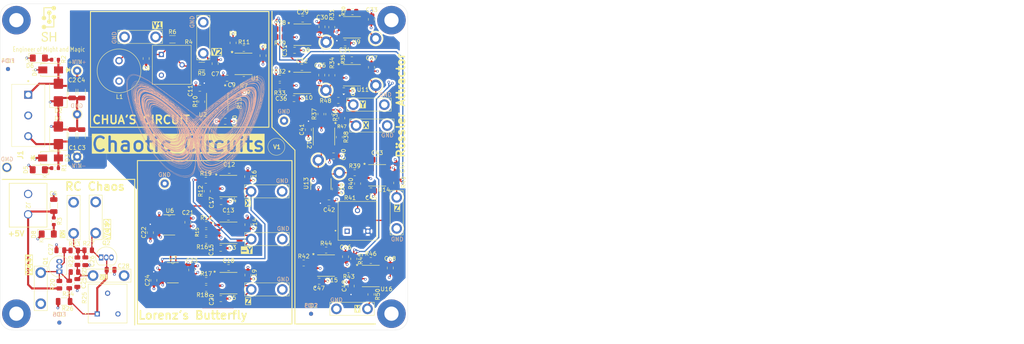
<source format=kicad_pcb>
(kicad_pcb (version 20240108) (generator "pcbnew") (generator_version "8.0")
  (title_block (title "Chaos Circuits") (date "2024-06-22") (rev "1") (company "Sariel Hodisan"))
  (layers (0 "F.Cu" signal) (1 "In1.Cu" signal) (2 "In2.Cu" signal) (31 "B.Cu" signal) (34 "B.Paste" user) (35 "F.Paste" user) (36 "B.SilkS" user "B.Silkscreen") (37 "F.SilkS" user "F.Silkscreen") (38 "B.Mask" user) (39 "F.Mask" user) (44 "Edge.Cuts" user))
  (net 0 "")
  (net 1 "GND")
  (net 2 "VIN-")
  (net 3 "VIN+")
  (net 4 "/5V")
  (net 5 "Net-(D5-K)")
  (net 6 "Net-(D6-A)")
  (net 7 "Net-(C25-Pad1)")
  (net 8 "Net-(D8-A)")
  (net 9 "Net-(C6-Pad1)")
  (net 10 "Net-(R4-Pad2)")
  (net 13 "Net-(U1-+)")
  (net 14 "Net-(R11-Pad2)")
  (net 15 "Net-(U1--)")
  (net 16 "Net-(U2--)")
  (net 17 "Net-(R10-Pad2)")
  (net 19 "/X")
  (net 20 "Net-(U4--)")
  (net 21 "Net-(U3--)")
  (net 22 "/-Y")
  (net 23 "/Z")
  (net 24 "Net-(U5--)")
  (net 28 "Net-(U6-W)")
  (net 29 "Net-(U7-W)")
  (net 30 "Net-(C26-Pad1)")
  (net 31 "Net-(Q1-B)")
  (net 32 "Net-(Q2-B)")
  (net 33 "Net-(U8--)")
  (net 34 "/X_Rossler")
  (net 35 "/Y_Rossler")
  (net 36 "Net-(U10--)")
  (net 37 "/Z_Rossler")
  (net 38 "Net-(U14--)")
  (net 39 "Net-(Q1-C)")
  (net 40 "Net-(Q2-C)")
  (net 42 "/-X_Rossler")
  (net 43 "Net-(U9--)")
  (net 44 "/-Y_Rossler")
  (net 45 "Net-(U11--)")
  (net 46 "Net-(U12--)")
  (net 47 "Net-(U13-X1)")
  (net 48 "Net-(U13-W)")
  (net 49 "Net-(R40-Pad1)")
  (net 50 "Net-(U15--)")
  (net 51 "Net-(U16--)")
  (net 52 "Net-(R43-Pad1)")
  (net 53 "/V_Rossler")
  (net 54 "Net-(R47-Pad2)")
  (net 55 "Net-(R48-Pad2)")
  (net 56 "Net-(R49-Pad2)")
  (net 57 "Net-(R50-Pad2)")
  (footprint "Capacitor_SMD:C_0805_2012Metric" (layer "F.Cu") (at 90.595 37.009999 90)
    (property "Reference" "C8")
    (property "Value" "1u" (hide yes))
  )
  (footprint "SH footprints:TRIM_3310Y-001-202L" (layer "F.Cu") (at 68.205 39.26 -90)
    (property "Reference" "R4")
    (property "Value" "3310Y-001-202L" (hide yes))
  )
  (footprint "Resistor_SMD:R_0805_2012Metric" (layer "F.Cu") (at 107.49 41.8225 90)
    (property "Reference" "R34")
    (property "Value" "10k" (hide yes))
  )
  (footprint "SH footprints:SH Logo_big" (layer "F.Cu") (at 38.064332 30.420728)
    (property "Reference" "G***" (hide yes))
    (property "Value" "LOGO" (hide yes))
  )
  (footprint "Resistor_SMD:R_0805_2012Metric" (layer "F.Cu") (at 112.85 86.85 -90)
    (property "Reference" "R45")
    (property "Value" "10k" (hide yes))
  )
  (footprint "Resistor_SMD:R_0603_1608Metric" (layer "F.Cu") (at 39.575 64.6)
    (property "Reference" "R1")
    (property "Value" "4.7k" (hide yes))
  )
  (footprint "Fiducial:Fiducial_1mm_Mask2mm" (layer "F.Cu") (at 28.04 40.28)
    (property "Reference" "FID1")
    (property "Value" "Fiducial" (hide yes))
  )
  (footprint "Capacitor_SMD:C_0805_2012Metric" (layer "F.Cu") (at 105.05 29.94 90)
    (property "Reference" "C30")
    (property "Value" "1u" (hide yes))
  )
  (footprint "Capacitor_SMD:C_0805_2012Metric" (layer "F.Cu") (at 80.22 84.25)
    (property "Reference" "C15")
    (property "Value" "1u" (hide yes))
  )
  (footprint "Resistor_SMD:R_0603_1608Metric" (layer "F.Cu") (at 39.27 77.62 -90)
    (property "Reference" "R3")
    (property "Value" "4.7k" (hide yes))
  )
  (footprint "Capacitor_SMD:C_0805_2012Metric" (layer "F.Cu") (at 81.32 53.11)
    (property "Reference" "C10")
    (property "Value" "1u" (hide yes))
  )
  (footprint "TestPoint:TestPoint_THTPad_D2.0mm_Drill1.0mm" (layer "F.Cu") (at 95.75 52.97)
    (property "Reference" "TP3" (hide yes))
    (property "Value" "TestPoint" (hide yes))
  )
  (footprint "Resistor_SMD:R_0805_2012Metric" (layer "F.Cu") (at 45.06 87.4275 90)
    (property "Reference" "R22")
    (property "Value" "10k" (hide yes))
  )
  (footprint "Resistor_SMD:R_1206_3216Metric" (layer "F.Cu") (at 68.3775 33)
    (property "Reference" "R6")
    (property "Value" "0" (hide yes))
  )
  (footprint "Capacitor_SMD:C_0805_2012Metric" (layer "F.Cu") (at 45.035 92.765001 -90)
    (property "Reference" "C25")
    (property "Value" "1n" (hide yes))
  )
  (footprint "TestPoint:TestPoint_Keystone_5005-5009_Compact" (layer "F.Cu") (at 106.01 45.5)
    (property "Reference" "TP21" (hide yes))
    (property "Value" "TestPoint" (hide yes))
  )
  (footprint "Resistor_SMD:R_0805_2012Metric" (layer "F.Cu") (at 117.03 87.25)
    (property "Reference" "R46")
    (property "Value" "10k" (hide yes))
  )
  (footprint "Capacitor_SMD:C_0805_2012Metric" (layer "F.Cu") (at 73.12 89.575 90)
    (property "Reference" "C23")
    (property "Value" "1u" (hide yes))
  )
  (footprint "SH footprints:SOIC8_D_TEX" (layer "F.Cu") (at 105.545001 56.83415 -90)
    (property "Reference" "U12")
    (property "Value" "TL081HIDR" (hide yes))
  )
  (footprint "TestPoint:TestPoint_Bridge_Pitch7.62mm_Drill1.3mm" (layer "F.Cu") (at 123.38 79.38 90)
    (property "Reference" "TP18" (hide yes))
    (property "Value" "TestPoint_2Pole" (hide yes))
  )
  (footprint "Resistor_SMD:R_0805_2012Metric" (layer "F.Cu") (at 85.8825 42.835)
    (property "Reference" "R7")
    (property "Value" "22k" (hide yes))
  )
  (footprint "Resistor_SMD:R_0805_2012Metric" (layer "F.Cu") (at 113.08 65.72)
    (property "Reference" "R39")
    (property "Value" "5.1k" (hide yes))
  )
  (footprint "Capacitor_SMD:C_0805_2012Metric" (layer "F.Cu") (at 80.32 72.8)
    (property "Reference" "C17")
    (property "Value" "1u" (hide yes))
  )
  (footprint "Diode_SMD:D_SMB" (layer "F.Cu") (at 40.4 46.050001 90)
    (property "Reference" "D2")
    (property "Value" "SMBJ18CA" (hide yes))
  )
  (footprint "Resistor_SMD:R_0805_2012Metric" (layer "F.Cu") (at 83.9075 45.985 180)
    (property "Reference" "R9")
    (property "Value" "2.2k" (hide yes))
  )
  (footprint "Capacitor_SMD:C_0805_2012Metric" (layer "F.Cu") (at 100.13 39.89)
    (property "Reference" "C32")
    (property "Value" "2.2n" (hide yes))
  )
  (footprint "Resistor_SMD:R_0805_2012Metric" (layer "F.Cu") (at 106.07 84.7)
    (property "Reference" "R44")
    (property "Value" "10k" (hide yes))
  )
  (footprint "SH footprints:SOIC8_D_TEX" (layer "F.Cu") (at 112.4 30.05)
    (property "Reference" "U9")
    (property "Value" "TL081HIDR" (hide yes))
  )
  (footprint "Resistor_SMD:R_0805_2012Metric" (layer "F.Cu") (at 111.53 89.53)
    (property "Reference" "R43")
    (property "Value" "10k" (hide yes))
  )
  (footprint "Resistor_SMD:R_0805_2012Metric" (layer "F.Cu") (at 44.285 84.79 180)
    (property "Reference" "R23")
    (property "Value" "10k" (hide yes))
  )
  (footprint "TestPoint:TestPoint_THTPad_D2.0mm_Drill1.0mm" (layer "F.Cu") (at 45 61.8 180)
    (property "Reference" "TP5" (hide yes))
    (property "Value" "TestPoint" (hide yes))
  )
  (footprint "Capacitor_SMD:C_0805_2012Metric" (layer "F.Cu") (at 110.41 45.63)
    (property "Reference" "C38")
    (property "Value" "1u" (hide yes))
  )
  (footprint "Resistor_SMD:R_0805_2012Metric" (layer "F.Cu") (at 109.31 56.99 -90)
    (property "Reference" "R38")
    (property "Value" "10k" (hide yes))
  )
  (footprint "SH footprints:SOIC8_D_TEX" (layer "F.Cu") (at 118.59 66.36)
    (property "Reference" "U14")
    (property "Value" "TL081HIDR" (hide yes))
  )
  (footprint "Capacitor_SMD:C_0805_2012Metric" (layer "F.Cu") (at 86.895 90.825001 90)
    (property "Reference" "C19")
    (property "Value" "1u" (hide yes))
  )
  (footprint "SH footprints:SOIC8_D_TEX" (layer "F.Cu") (at 85.79585 39.03)
    (property "Reference" "U1")
    (property "Value" "TL081HIDR" (hide yes))
  )
  (footprint "TestPoint:TestPoint_Bridge_Pitch7.62mm_Drill1.3mm" (layer "F.Cu") (at 44.1275 80.6 90)
    (property "Reference" "TP14" (hide yes))
    (property "Value" "TestPoint_2Pole" (hide yes))
  )
  (footprint "SH footprints:SMA_STM" (layer "F.Cu") (at 38.4696 62.1)
    (property "Reference" "D3")
    (property "Value" "STPS2H100A" (hide yes))
  )
  (footprint "TestPoint:TestPoint_THTPad_D2.0mm_Drill1.0mm" (layer "F.Cu") (at 66.47 68.38)
    (property "Reference" "TP4" (hide yes))
    (property "Value" "TestPoint" (hide yes))
  )
  (footprint "MountingHole:MountingHole_3.5mm_Pad_TopBottom" (layer "F.Cu") (at 30.1 100.3)
    (property "Reference" "H4" (hide yes))
    (property "Value" "MountingHole" (hide yes))
  )
  (footprint "SH footprints:SOIC8_D_TEX" (layer "F.Cu") (at 100.25585 31.865)
    (property "Reference" "U8")
    (property "Value" "TL081HIDR" (hide yes))
  )
  (footprint "Resistor_SMD:R_1206_3216Metric" (layer "F.Cu") (at 75.565 39.55)
    (property "Reference" "R5")
    (property "Value" "0" (hide yes))
  )
  (footprint "Resistor_SMD:R_0805_2012Metric" (layer "F.Cu") (at 117.07 95.58 -90)
    (property "Reference" "R50")
    (property "Value" "470" (hide yes))
  )
  (footprint "Capacitor_SMD:C_0805_2012Metric" (layer "F.Cu") (at 40.885 84.74 180)
    (property "Reference" "C27")
    (property "Value" "1n" (hide yes))
  )
  (footprint "TestPoint:TestPoint_Bridge_Pitch7.62mm_Drill1.3mm" (layer "F.Cu") (at 75.945 36.435 90)
    (property "Reference" "TP8" (hide yes))
    (property "Value" "TestPoint_2Pole" (hide yes))
  )
  (footprint "SH footprints:AD633" (layer "F.Cu") (at 67.6062 78.52)
    (property "Reference" "U6")
    (property "Value" "AD633JRZ-R7" (hide yes))
  )
  (footprint "Capacitor_SMD:C_0805_2012Metric" (layer "F.Cu") (at 61.92 37.709999 -90)
    (property "Reference" "C6")
    (property "Value" "100n" (hide yes))
  )
  (footprint "SH footprints:TRIM_3310Y-001-202L" (layer "F.Cu") (at 113.77 77.54)
    (property "Reference" "R41")
    (property "Value" "3310Y-001-104L" (hide yes))
  )
  (footprint "Resistor_SMD:R_0805_2012Metric" (layer "F.Cu") (at 123.38 68.23 -90)
    (property "Reference" "R49")
    (property "Value" "470" (hide yes))
  )
  (footprint "Fiducial:Fiducial_1mm_Mask2mm" (layer "F.Cu") (at 102.38 100.32)
    (property "Reference" "FID2")
    (property "Value" "Fiducial" (hide yes))
  )
  (footprint "TestPoint:TestPoint_Keystone_5005-5009_Compact" (layer "F.Cu") (at 109.3 65.72)
    (property "Reference" "TP27" (hide yes))
    (property "Value" "TestPoint" (hide yes))
  )
  (footprint "SH footprints:SOIC8_D_TEX" (layer "F.Cu") (at 100.2 43.71)
    (property "Reference" "U10")
    (property "Value" "TL081HIDR" (hide yes))
  )
  (footprint "SH footprints:SOIC8_D_TEX" (layer "F.Cu") (at 82.12085 92.8)
    (property "Reference" "U5")
    (property "Value" "TL081HIDR" (hide yes))
  )
  (footprint "Capacitor_SMD:C_0805_2012Metric" (layer "F.Cu") (at 107.9 61.61)
    (property "Reference" "C40")
    (property "Value" "1u" (hide yes))
  )
  (footprint "Resistor_SMD:R_0805_2012Metric" (layer "F.Cu") (at 76.645 78.45)
    (property "Reference" "R14")
    (property "Value" "35.7k" (hide yes))
  )
  (footprint "TestPoint:TestPoint_Keystone_5005-5009_Compact" (layer "F.Cu") (at 118.25 44.29)
    (property "Reference" "TP23" (hide yes))
    (property "Value" "TestPoint" (hide yes))
  )
  (footprint "Capacitor_SMD:C_0805_2012Metric" (layer "F.Cu") (at 110.83 86.33 90)
    (property "Reference" "C46")
    (property "Value" "1u" (hide yes))
  )
  (footprint "MountingHole:MountingHole_3.5mm_Pad_TopBottom" (layer "F.Cu") (at 122.1 28.3)
    (property "Reference" "H2" (hide yes))
    (property "Value" "MountingHole" (hide yes))
  )
  (footprint "SH footprints:TRIM_3310Y-001-202L" (layer "F.Cu") (at 52.4725 97.82)
    (property "Reference" "R25")
    (property "Value" "3310Y-001-104L" (hide yes))
  )
  (footprint "TestPoint:TestPoint_Bridge_Pitch7.62mm_Drill1.3mm" (layer "F.Cu") (at 56.62 32.41)
    (property "Reference" "TP7" (hide yes))
    (property "Value" "TestPoint_2Pole" (hide yes))
  )
  (footprint "SH footprints:SOIC8_D_TEX" (layer "F.Cu") (at 112.4 41.815)
    (property "Reference" "U11")
    (property "Value" "TL081HIDR" (hide yes))
  )
  (footprint "Capacitor_SMD:C_0805_2012Metric" (layer "F.Cu") (at 117.18 28.1 90)
    (property "Reference" "C33")
    (property "Value" "1u" (hide yes))
  )
  (footprint "SH footprints:SOIC8_D_TEX" (layer "F.Cu") (at 106.05 88.5)
    (property "Reference" "U15")
    (property "Value" "TL081HIDR" (hide yes))
  )
  (footprint "TestPoint:TestPoint_THTPad_D3.0mm_Drill1.5mm" (layer "F.Cu") (at 27.757 64.4)
    (property "Reference" "TP1" (hide yes))
    (property "Value" "TestPoint" (hide yes))
  )
  (footprint "TestPoint:TestPoint_Keystone_5005-5009_Compact" (layer "F.Cu") (at 106.07 33.68)
    (property "Reference" "TP20" (hide yes))
    (property "Value" "TestPoint" (hide yes))
  )
  (footprint "Capacitor_SMD:C_1206_3216Metric" (layer "F.Cu") (at 43.8 45.9 -90)
    (property "Reference" "C2")
    (property "Value" "10u" (hide yes))
  )
  (footprint "Resistor_SMD:R_0805_2012Metric" (layer "F.Cu") (at 43.060001 93.14 90)
    (property "Reference" "R24")
    (property "Value" "30k" (hide yes))
  )
  (footprint "Capacitor_SMD:C_1206_3216Metric" (layer "F.Cu") (at 46.1 56.624999 -90)
    (property "Reference" "C3")
    (property "Value" "10u" (hide yes))
  )
  (footprint "Capacitor_SMD:C_0805_2012Metric" (layer "F.Cu") (at 86.895 78.475001 90)
    (property "Reference" "C14")
    (property "Value" "1u" (hide yes))
  )
  (footprint "Capacitor_SMD:C_0805_2012Metric" (layer "F.Cu") (at 121.81 89.09 90)
    (property "Reference" "C48")
    (property "Value" "1u" (hide yes))
  )
  (footprint "Capacitor_SMD:C_1206_3216Metric" (layer "F.Cu") (at 39.27 73.77 90)
    (property "Reference" "C5")
    (property "Value" "10u" (hide yes))
  )
  (footprint "Package_TO_SOT_THT:TO-92_Inline" (layer "F.Cu") (at 50.8725 86.515)
    (property "Reference" "Q2")
    (property "Value" "BC547CTA" (hide yes))
  )
  (footprint "TestPoint:TestPoint_Bridge_Pitch7.62mm_Drill1.3mm" (layer "F.Cu") (at 49.5475 80.515 90)
    (property "Reference" "TP15" (hide yes))
    (property "Value" "TestPoint_2Pole" (hide yes))
  )
  (footprint "Diode_SMD:D_SMB" (layer "F.Cu") (at 40.4 56.550001 90)
    (property "Reference" "D1")
    (property "Value" "SMBJ18CA" (hide yes))
  )
  (footprint "Resistor_SMD:R_0805_2012Metric" (layer "F.Cu") (at 47.71 84.74 180)
    (property "Reference" "R27")
    (property "Value" "15k" (hide yes))
  )
  (footprint "Capacitor_SMD:C_0805_2012Metric" (layer "F.Cu") (at 117.08 70.18)
    (property "Reference" "C45")
    (property "Value" "1u" (hide yes))
  )
  (footprint "TestPoint:TestPoint_THTPad_D2.0mm_Drill1.0mm" (layer "F.Cu") (at 45 40.7)
    (property "Reference" "TP6" (hide yes))
    (property "Value" "TestPoint" (hide yes))
  )
  (footprint "TestPoint:TestPoint_Bridge_Pitch7.62mm_Drill1.3mm" (layer "F.Cu") (at 48.8975 90.96)
    (property "Reference" "TP13" (hide yes))
    (property "Value" "TestPoint_2Pole" (hide yes))
  )
  (footprint "Capacitor_SMD:C_0805_2012Metric" (layer "F.Cu") (at 62.97 80.425 -90)
    (property "Reference" "C22")
    (property "Value" "1u" (hide yes))
  )
  (footprint "Resistor_SMD:R_0805_2012Metric" (layer "F.Cu") (at 76.57 67.575)
    (property "Reference" "R19")
    (property "Value" "100k" (hide yes))
  )
  (footprint "Resistor_SMD:R_0603_1608Metric" (layer "F.Cu") (at 39.575 38 180)
    (property "Reference" "R2")
    (property "Value" "4.7k" (hide yes))
  )
  (footprint "Capacitor_SMD:C_0805_2012Metric" (layer "F.Cu") (at 75.095001 44.985 180)
    (property "Reference" "C11")
    (property "Value" "1u" (hide yes))
  )
  (footprint "Capacitor_SMD:C_0805_2012Metric" (layer "F.Cu") (at 78.84 38.975001 90)
    (property "Reference" "C7")
    (property "Value" "10n" (hide yes))
  )
  (footprint "Capacitor_SMD:C_0805_2012Metric" (layer "F.Cu") (at 72.17 77.875001 90)
    (property "Reference" "C21")
    (property "Value" "1u" (hide yes))
  )
  (footprint "LED_SMD:LED_1206_3216Metric_Pad1.42x1.75mm_HandSolder" (layer "F.Cu") (at 35.5875 65 180)
    (property "Reference" "D5")
    (property "Value" "LED_Green" (hide yes))
  )
  (footprint "Package_TO_SOT_THT:TO-92_Inline" (layer "F.Cu") (at 40.635 89.98 90)
    (property "Reference" "Q1")
    (property "Value" "BC547CTA" (hide yes))
  )
  (footprint "TestPoint:TestPoint_Keystone_5005-5009_Compact" (layer "F.Cu") (at 104.15 62.65 90)
    (property "Reference" "TP25" (hide yes))
    (property "Value" "TestPoint" (hide yes))
  )
  (footprint "Resistor_SMD:R_0805_2012Metric" (layer "F.Cu") (at 94.71 44.48)
    (property "Reference" "R33")
    (property "Value" "560k" (hide yes))
  )
  (footprint "Resistor_SMD:R_0805_2012Metric" (layer "F.Cu") (at 85.8825 35.235)
    (property "Reference" "R11")
    (property "Value" "22k" (hide yes))
  )
  (footprint "Resistor_SMD:R_0805_2012Metric" (layer "F.Cu") (at 83.245 33.8725 -90)
    (property "Reference" "R8")
    (property "Value" "3.3k" (hide yes))
  )
  (footprint "SH footprints:SOIC8_D_TEX" (layer "F.Cu") (at 82.12085 80.455)
    (property "Reference" "U3")
    (property "Value" "TL081HIDR" (hide yes))
  )
  (footprint "Capacitor_SMD:C_0805_2012Metric" (layer "F.Cu") (at 110.74 33.89)
    (property "Reference" "C34")
    (property "Value" "1u" (hide yes))
  )
  (footprint "SH footprints:SOIC8_D_TEX" (layer "F.Cu") (at 117.02 91.06)
    (property "Reference" "U16")
    (property "Value" "TL081HIDR" (hide yes))
  )
  (footprint "Capacitor_SMD:C_0805_2012Metric" (layer "F.Cu") (at 117.2 39.86 90)
    (property "Reference" "C37")
    (property "Value" "1u" (hide yes))
  )
  (footprint "TestPoint:TestPoint_Bridge_Pitch7.62mm_Drill1.3mm" (layer "F.Cu") (at 112.73 49.02)
    (property "Reference" "TP17" (hide yes))
    (property "Value" "TestPoint_2Pole" (hide yes))
  )
  (footprint "Resistor_SMD:R_0805_2012Metric" (layer "F.Cu") (at 94.7175 42.54)
    (property "Reference" "R32")
    (property "Value" "100k" (hide yes))
  )
  (footprint "Resistor_SMD:R_0805_2012Metric" (layer "F.Cu") (at 94.77 32.41)
    (property "Reference" "R29")
    (property "Value" "100k" (hide yes))
  )
  (footprint "SH footprints:796681-2_TEC" (layer "F.Cu") (at 32.969999 70.936599 -90)
    (property "Reference" "J2")
    (property "Value" "796681-2" (hide yes))
  )
  (footprint "Capacitor_SMD:C_0805_2012Metric" (layer "F.Cu") (at 53.1975 89.54)
    (property "Reference" "C28")
    (property "Value" "360p" (hide yes))
  )
  (footprint "Resistor_SMD:R_0805_2012Metric" (layer "F.Cu") (at 44.335 90.09)
    (property "Reference" "R21")
    (property "Value" "5.1k" (hide yes))
  )
  (footprint "Resistor_SMD:R_0805_2012Metric" (layer "F.Cu") (at 113.79 68.39 90)
    (property "Reference" "R40")
    (property "Value" "390k" (hide yes))
  )
  (footprint "Capacitor_SMD:C_0805_2012Metric" (layer "F.Cu") (at 82.145 89)
    (property "Reference" "C18")
    (property "Value" "100n" (hide yes))
  )
  (footprint "Resistor_SMD:R_0805_2012Metric" (layer "F.Cu") (at 104.8 51.34 90)
    (property "Reference" "R37")
    (property "Value" "56k" (hide yes))
  )
  (footprint "Inductor_THT:L_Radial_D10.5mm_P5.00mm_Abacron_AISR-01" (layer "F.Cu") (at 55.27 38.235 -90)
    (property "Reference" "L1")
    (property "Value" "L_Ferrite" (hide yes))
  )
  (footprint "Resistor_SMD:R_0805_2012Metric" (layer "F.Cu") (at 76.645 92.15)
    (property "Reference" "R17")
    (property "Value" "10k" (hide yes))
  )
  (footprint "Capacitor_SMD:C_0805_2012Metric" (layer "F.Cu") (at 98.33 35.7)
    (property "Reference" "C31")
    (property "Value" "1u" (hide yes))
  )
  (footprint "Capacitor_SMD:C_0805_2012Metric" (layer "F.Cu") (at 80.245 96.6)
    (property "Reference" "C20")
    (property "Value" "1u" (hide yes))
  )
  (footprint "Resistor_SMD:R_0805_2012Metric" (layer "F.Cu") (at 83.17 48.6475 -90)
    (property "Reference" "R13")
    (property "Value" "220" (hide yes))
  )
  (footprint "Capacitor_SMD:C_0805_2012Metric" (layer "F.Cu") (at 123.37 64.479999 90)
    (property "Reference" "C44")
    (property "Value" "1u" (hide yes))
  )
  (footprint "TestPoint:TestPoint_Keystone_5005-5009_Compact" (layer "F.Cu") (at 118.22 32.79)
    (property "Reference" "TP22" (hide yes))
    (property "Value" "TestPoint" (hide yes))
  )
  (footprint "Capacitor_SMD:C_0805_2012Metric" (layer "F.Cu") (at 47.01 87.44 -90)
    (property "Reference" "C26")
    (property "Value" "1n" (hide yes))
  )
  (footprint "Resistor_SMD:R_0805_2012Metric" (layer "F.Cu") (at 109.9 52.33 -90)
    (property "Reference" "R47")
    (property "Value" "470" (hide yes))
  )
  (footprint "Capacitor_SMD:C_0805_2012Metric" (layer "F.Cu") (at 105 41.78 90)
    (property "Reference" "C35")
    (property "Value" "1u" (hide yes))
  )
  (footprint "Capacitor_SMD:C_1206_3216Metric" (layer "F.Cu") (at 43.8 56.6 -90)
    (property "Reference" "C1")
    (property "Value" "10u" (hide yes))
  )
  (footprint "Capacitor_SMD:C_0805_2012Metric" (layer "F.Cu") (at 101.73 55.18 -90)
    (property "Reference" "C41")
    (property "Value" "1u" (hide yes))
  )
  (footprint "Fiducial:Fiducial_1mm_Mask2mm" (layer "F.Cu") (at 40.63 102.49)
    (property "Reference" "FID3")
    (property "Value" "Fiducial" (hide yes))
  )
  (footprint "Resistor_SMD:R_1206_3216Metric" (layer "F.Cu") (at 41.7975 97.315)
    (property "Reference" "R26")
    (property "Value" "0" (hide yes))
  )
  (footprint "Resistor_SMD:R_0805_2012Metric" (layer "F.Cu") (at 76.645 94.075)
    (property "Reference" "R18")
    (property "Value" "374k" (hide yes))
  )
  (footprint "Resistor_SMD:R_0805_2012Metric" (layer "F.Cu") (at 94.78 30.48)
    (property "Reference" "R28")
    (property "Value" "100k" (hide yes))
  )
  (footprint "SH footprints:AD633" (layer "F.Cu") (at 68.47 90.25)
    (property "Reference" "U7")
    (property "Value" "AD633JRZ-R7" (hide yes))
  )
  (footprint "Resistor_SMD:R_0805_2012Metric" (layer "F.Cu") (at 112.54 26.23)
    (property "Reference" "R30")
    (property "Value" "10k" (hide yes))
  )
  (footprint "TestPoint:TestPoint_Bridge_Pitch7.62mm_Drill1.3mm" (layer "F.Cu") (at 113.44 54.15)
    (property "Reference" "TP16" (hide yes))
    (property "Value" "TestPoint_2Pole" (hide yes))
  )
  (footprint "TestPoint:TestPoint_Bridge_Pitch7.62mm_Drill1.3mm" (layer "F.Cu") (at 87.71 82)
    (property "Reference" "TP11" (hide yes))
    (property "Value" "TestPoint_2Pole" (hide yes))
  )
  (footprint "Capacitor_SMD:C_0805_2012Metric" (layer "F.Cu") (at 82.095 76.625)
    (property "Reference" "C13")
    (property "Value" "100n" (hide yes))
  )
  (footprint "TestPoint:TestPoint_Bridge_Pitch7.62mm_Drill1.3mm" (layer "F.Cu") (at 87.71 94.35)
    (property "Reference" "TP9" (hide yes))
    (property "Value" "TestPoint_2Pole" (hide yes))
  )
  (footprint "SH footprints:1729131" (layer "F.Cu") (at 33 46.6 -90)
    (property "Reference" "J1")
    (property "Value" "1729131" (hide yes))
  )
  (footprint "Resistor_SMD:R_0805_2012Metric" (layer "F.Cu") (at 100.57 87.87)
    (property "Reference" "R42")
    (property "Value" "10k" (hide yes))
  )
  (footprint "Resistor_SMD:R_0805_2012Metric" (layer "F.Cu") (at 112.39 38.03)
    (property "Reference" "R35")
    (property "Value" "10k" (hide yes))
  )
  (footprint "LED_SMD:LED_1206_3216Metric_Pad1.42x1.75mm_HandSolder" (layer "F.Cu") (at 35.6125 37.6)
    (property "Reference" "D6")
    (property "Value" "LED_Green" (hide yes))
  )
  (footprint "TestPoint:TestPoint_THTPad_D2.0mm_Drill1.0mm" (layer "F.Cu") (at 45 51.4)
    (property "Reference" "TP2" (hide yes))
    (property "Value" "TestPoint" (hide yes))
  )
  (footprint "SH footprints:SOIC8_D_TEX" (layer "F.Cu") (at 79.37 48.335 -90)
    (property "Reference" "U2")
    (property "Value" "TL081HIDR" (hide yes))
  )
  (footprint "Capacitor_SMD:C_0805_2012Metric" (layer "F.Cu") (at 118.59 62.53)
    (property "Reference" "C43")
    (property "Value" "2.2n" (hide yes))
  )
  (footprint "Capacitor_SMD:C_0805_2012Metric" (layer "F.Cu") (at 104.36 92.32)
    (property "Reference" "C47")
    (property "Value" "1u" (hide yes))
  )
  (footprint "TestPoint:TestPoint_Bridge_Pitch7.62mm_Drill1.3mm" (layer "F.Cu") (at 87.66 70.3)
    (property "Reference" "TP10" (hide yes))
    (property "Value" "TestPoint_2Pole" (hide yes))
  )
  (footprint "Resistor_SMD:R_0805_2012Metric" (layer "F.Cu") (at 107.47 30.01 90)
    (property "Reference" "R31")
    (property "Value" "10k" (hide yes))
  )
  (footprint "Capacitor_SMD:C_0805_2012Metric" (layer "F.Cu") (at 106.77 73.13)
    (property "Reference" "C42")
    (property "Value" "1u" (hide yes))
  )
  (footprint "Resistor_SMD:R_0805_2012Metric" (layer "F.Cu") (at 109.07 47.99)
    (property "Reference" "R48")
    (property "Value" "470" (hide yes))
  )
  (footprint "LED_SMD:LED_1206_3216Metric_Pad1.42x1.75mm_HandSolder" (layer "F.Cu") (at 37.795 80.77)
    (property "Reference" "D8")
    (property "Value" "LED_Green" (hide yes))
  )
  (footprint "Capacitor_SMD:C_0805_2012Metric" (layer "F.Cu") (at 82.295 65.15)
    (property "Reference" "C12")
    (property "Value" "100n" (hide yes))
  )
  (footprint "SH footprints:AD633" (layer "F.Cu") (at 104.79 68.5 90)
    (property "Reference" "U13")
    (property "Value" "AD633JRZ-R7" (hide yes))
  )
  (footprint "Capacitor_SMD:C_1206_3216Metric" (layer "F.Cu") (at 46.1 45.924999 -90)
    (property "Reference" "C4")
    (property "Value" "10u" (hide yes))
  )
  (footprint "TestPoint:TestPoint_Bridge_Pitch7.62mm_Drill1.3mm" (layer "F.Cu") (at 36.0725 90.229999 -90)
    (property "Reference" "TP12" (hide yes))
    (property "Value" "TestPoint_2Pole" (hide yes))
  )
  (footprint "Capacitor_SMD:C_0805_2012Metric" (layer "F.Cu") (at 112.21 93.52 90)
    (property "Reference" "C49")
    (property "Value" "1u" (hide yes))
  )
  (footprint "Resistor_SMD:R_0805_2012Metric" (layer "F.Cu") (at 76.645 80.4)
    (property "Reference" "R15")
    (property "Value" "10k" (hide yes))
  )
  (footprint "Capacitor_SMD:C_0805_2012Metric" (layer "F.Cu") (at 100.32 28.03)
    (property "Reference" "C29")
    (property "Value" "2.2n" (hide yes))
  )
  (footprint "Capacitor_SMD:C_0805_2012Metric" (layer "F.Cu") (at 63.82 92.124999 -90)
    (property "Reference" "C24")
    (property "Value" "1u" (hide yes))
  )
  (footprint "Capacitor_SMD:C_0805_2012Metric" (layer "F.Cu") (at 98.19 47.54)
    (property "Reference" "C36")
    (property "Value" "1u" (hide yes))
  )
  (footprint "Resistor_SMD:R_0805_2012Metric" (layer "F.Cu") (at 76.92 70.25 90)
    (property "Reference" "R12")
    (property "Value" "100k" (hide yes))
  )
  (footprint "Capacitor_SMD:C_0805_2012Metric" (layer "F.Cu") (at 108.35 69.72 -90)
    (property "Reference" "C39")
    (property "Value" "1u" (hide yes))
  )
  (footprint "Capacitor_SMD:C_0805_2012Metric" (layer "F.Cu") (at 81.769999 42.535 180)
    (property "Reference" "C9")
    (property "Value" "1u" (hide yes))
  )
  (footprint "Resistor_SMD:R_0805_2012Metric" (layer "F.Cu") (at 106.74 51.35 -90)
    (property "Reference" "R36")
    (property "Value" "10k" (hide yes))
  )
  (footprint "Capacitor_SMD:C_0805_2012Metric" (layer "F.Cu") (at 86.845 66.675001 90)
    (property "Reference" "C16")
    (property "Value" "1u" (hide yes))
  )
  (footprint "Resistor_SMD:R_0805_2012Metric" (layer "F.Cu") (at 75.545 48.2975 -90)
    (property "Reference" "R10")
    (property "Value" "220" (hide yes))
  )
  (footprint "MountingHole:MountingHole_3.5mm_Pad_TopBottom" (layer "F.Cu") (at 122.1 100.3)
    (property "Reference" "H3" (hide yes))
    (property "Value" "MountingHole" (hide yes))
  )
  (footprint "TestPoint:TestPoint_Bridge_Pitch7.62mm_Drill1.3mm" (layer "F.Cu") (at 108.6 99.11)
    (property "Reference" "TP19" (hide yes))
    (property "Value" "TestPoint_2Pole" (hide yes))
  )
  (footprint "Resistor_SMD:R_0805_2012Metric" (layer "F.Cu") (at 40.635 93.19 90)
    (property "Reference" "R20")
    (property "Value" "5.1k" (hide yes))
  )
  (footprint "SH footprints:SOIC8_D_TEX" (layer "F.Cu") (at 82.07085 68.995)
    (property "Reference" "U4")
    (property "Value" "TL081HIDR" (hide yes))
  )
  (footprint "Resistor_SMD:R_0805_2012Metric" (layer "F.Cu") (at 76.645 82.3)
    (property "Reference" "R16")
    (property "Value" "1Meg" (hide yes))
  )
  (footprint "SH footprints:SMA_STM" (layer "F.Cu") (at 38.5 40.5 180)
    (property "Reference" "D4")
    (property "Value" "STPS2H100A" (hide yes))
  )
  (footprint "MountingHole:MountingHole_3.5mm_Pad_TopBottom" (layer "F.Cu") (at 30.1 28.3)
    (property "Reference" "H1" (hide yes))
    (property "Value" "MountingHole" (hide yes))
  )
  (footprint "Fiducial:Fiducial_1mm_Mask2mm" (layer "B.Cu") (at 40.63 102.49 180)
    (property "Reference" "FID6")
    (property "Value" "Fiducial" (hide yes))
  )
  (footprint "Fiducial:Fiducial_1mm_Mask2mm" (layer "B.Cu") (at 28.03 40.29 180)
    (property "Reference" "FID4")
    (property "Value" "Fiducial" (hide yes))
  )
  (footprint "SH footprints:Butterfly_logo" (layer "B.Cu") (at 74.24 53.91 180)
    (property "Reference" "G***" (hide yes))
    (property "Value" "LOGO" (hide yes))
  )
  (footprint "Fiducial:Fiducial_1mm_Mask2mm" (layer "B.Cu") (at 102.37 100.33 180)
    (property "Reference" "FID5")
    (property "Value" "Fiducial" (hide yes))
  )
  (gr_line (start 92.79 54.57) (end 98.41 60.19) (stroke (width 0.25)) (layer "F.SilkS"))
  (gr_line (start 98.41 102.825) (end 118.18 102.825) (stroke (width 0.25)) (layer "F.SilkS"))
  (gr_circle (center 93.87 59.35) (end 95.34 60.82) (stroke (width 0.1)) (fill none) (layer "F.SilkS"))
  (gr_line (start 26.59 67.36) (end 59.12 67.36) (stroke (width 0.25)) (layer "F.SilkS"))
  (gr_rect (start 48.27 26.185) (end 92.02 54.56) (stroke (width 0.25)) (fill none) (layer "F.SilkS"))
  (gr_line (start 59.12 67.36) (end 59.12 103.07) (stroke (width 0.25)) (layer "F.SilkS"))
  (gr_rect (start 59.785 62.75) (end 97.695 102.825) (stroke (width 0.25)) (fill none) (layer "F.SilkS"))
  (gr_line (start 98.41 60.19) (end 98.41 102.825) (stroke (width 0.25)) (layer "F.SilkS"))
  (gr_line (start 92.79 26.14) (end 92.79 54.57) (stroke (width 0.25)) (layer "F.SilkS"))
  (gr_line (start 126.1 27.3) (end 126.1 101.3) (stroke (width 0.05)) (layer "Edge.Cuts"))
  (gr_line (start 29.1 24.3) (end 123.1 24.3) (stroke (width 0.05)) (layer "Edge.Cuts"))
  (gr_line (start 26.1 101.3) (end 26.1 27.3) (stroke (width 0.05)) (layer "Edge.Cuts"))
  (gr_line (start 123.1 104.3) (end 29.1 104.3) (stroke (width 0.05)) (layer "Edge.Cuts"))
  (gr_arc (start 126.1 101.3) (mid 125.22132 103.42132) (end 123.1 104.3) (stroke (width 0.05)) (layer "Edge.Cuts"))
  (gr_arc (start 29.1 104.3) (mid 26.97868 103.42132) (end 26.1 101.3) (stroke (width 0.05)) (layer "Edge.Cuts"))
  (gr_arc (start 26.1 27.3) (mid 26.97868 25.17868) (end 29.1 24.3) (stroke (width 0.05)) (layer "Edge.Cuts"))
  (gr_arc (start 123.1 24.3) (mid 125.22132 25.17868) (end 126.1 27.3) (stroke (width 0.05)) (layer "Edge.Cuts"))
  (gr_text "GND" (at 97.32 51.27 0) (layer "B.SilkS") (effects (font (size 1 1) (thickness 0.1)) (justify left bottom mirror)))
  (gr_text "GND" (at 29.4 63 -0) (layer "B.SilkS") (effects (font (size 1 1) (thickness 0.1)) (justify left bottom mirror)))
  (gr_text "GND" (at 54.695 31.01 90) (layer "B.SilkS") (effects (font (size 1 1) (thickness 0.1)) (justify left bottom mirror)))
  (gr_text "GND" (at 68.03 66.79 0) (layer "B.SilkS") (effects (font (size 1 1) (thickness 0.1)) (justify left bottom mirror)))
  (gr_text "-VIN" (at 47.3 64.6 -0) (layer "B.SilkS") (effects (font (size 1 1) (thickness 0.1)) (justify left bottom mirror)))
  (gr_text "GND" (at 46.5 49.9 -0) (layer "B.SilkS") (effects (font (size 1 1) (thickness 0.1)) (justify left bottom mirror)))
  (gr_text "GND" (at 122.7 57.12 0) (layer "B.SilkS") (effects (font (size 1 1) (thickness 0.1)) (justify left bottom mirror)))
  (gr_text "GND" (at 97.135 80.025 0) (layer "B.SilkS") (effects (font (size 1 1) (thickness 0.1)) (justify left bottom mirror)))
  (gr_text "GND" (at 125.11 82.62 0) (layer "B.SilkS") (effects (font (size 1 1) (thickness 0.1)) (justify left bottom mirror)))
  (gr_text "+VIN" (at 47.375 39.125 -0) (layer "B.SilkS") (effects (font (size 1 1) (thickness 0.1)) (justify left bottom mirror)))
  (gr_text "GND" (at 122.2 47.16 0) (layer "B.SilkS") (effects (font (size 1 1) (thickness 0.1)) (justify left bottom mirror)))
  (gr_text "GND" (at 97.11 92.45 0) (layer "B.SilkS") (effects (font (size 1 1) (thickness 0.1)) (justify left bottom mirror)))
  (gr_text "GND" (at 110.2 97.51 0) (layer "B.SilkS") (effects (font (size 1 1) (thickness 0.1)) (justify left bottom mirror)))
  (gr_text "GND" (at 96.895 68.3 0) (layer "B.SilkS") (effects (font (size 1 1) (thickness 0.1)) (justify left bottom mirror)))
  (gr_text "GND" (at 73.795 27.135 90) (layer "B.SilkS") (effects (font (size 1 1) (thickness 0.1)) (justify left bottom mirror)))
  (gr_text "GND" (at 26.2 63 0) (layer "F.SilkS") (effects (font (size 1 1) (thickness 0.1)) (justify left bottom)))
  (gr_text "V1" (at 92.97 59.98 0) (layer "F.SilkS") (effects (font (size 1 1) (thickness 0.2) (bold yes)) (justify left bottom)))
  (gr_text "VCE2" (at 53.197501 82.145 90) (layer "F.SilkS" knockout) (effects (font (size 1.3 1.3) (thickness 0.3) (bold yes)) (justify left bottom)))
  (gr_text "-VIN" (at 42.5 64.6 0) (layer "F.SilkS") (effects (font (size 1 1) (thickness 0.1)) (justify left bottom)))
  (gr_text "X" (at 115.01 54.88 0) (layer "F.SilkS" knockout) (effects (font (size 1.3 1.3) (thickness 0.3) (bold yes)) (justify left bottom)))
  (gr_text "V1" (at 50.54 91.96 0) (layer "F.SilkS" knockout) (effects (font (size 1 1)) (justify left bottom)))
  (gr_text "GND" (at 43.3 49.9 0) (layer "F.SilkS") (effects (font (size 1 1) (thickness 0.1)) (justify left bottom)))
  (gr_text "K" (at 32.03 38.39 0) (layer "F.SilkS") (effects (font (size 1 1) (thickness 0.1)) (justify left bottom)))
  (gr_text "Rössler Attractor" (at 125.55 62.27 90) (layer "F.SilkS") (effects (font (size 2 2) (thickness 0.4) (bold yes)) (justify left bottom)))
  (gr_text "GND" (at 93.695 68.3 0) (layer "F.SilkS") (effects (font (size 1 1) (thickness 0.1)) (justify left bottom)))
  (gr_text "+5V" (at 27.89 81.42 0) (layer "F.SilkS") (effects (font (size 1.3 1.3) (thickness 0.26) (bold yes)) (justify left bottom)))
  (gr_text "RC Chaos" (at 41.81 70.27 0) (layer "F.SilkS") (effects (font (size 2 2) (thickness 0.4) (bold yes)) (justify left bottom)))
  (gr_text "K" (at 37.69 67.17 90) (layer "F.SilkS") (effects (font (size 1 1) (thickness 0.1)) (justify left bottom)))
  (gr_text "Lorenz's Butterfly" (at 59.785 101.85 0) (layer "F.SilkS") (effects (font (size 2 2) (thickness 0.4) (bold yes)) (justify left bottom)))
  (gr_text "GND" (at 64.83 66.79 0) (layer "F.SilkS") (effects (font (size 1 1) (thickness 0.1)) (justify left bottom)))
  (gr_text "GND" (at 121.91 82.62 0) (layer "F.SilkS") (effects (font (size 1 1) (thickness 0.1)) (justify left bottom)))
  (gr_text "GND" (at 119 47.16 0) (layer "F.SilkS") (effects (font (size 1 1) (thickness 0.1)) (justify left bottom)))
  (gr_text "GND" (at 93.935 80.025 0) (layer "F.SilkS") (effects (font (size 1 1) (thickness 0.1)) (justify left bottom)))
  (gr_text "Chaotic Circuits" (at 48.23 60.82 0) (layer "F.SilkS" knockout) (effects (font (size 3.5 3.5) (thickness 0.6) (bold yes)) (justify left bottom)))
  (gr_text "V2" (at 77.895 36.91 0) (layer "F.SilkS" knockout) (effects (font (size 1.3 1.3) (thickness 0.3) (bold yes)) (justify left bottom)))
  (gr_text "Z" (at 86.12 98.05 0) (layer "F.SilkS" knockout) (effects (font (size 1.3 1.3) (thickness 0.3) (bold yes)) (justify left bottom)))
  (gr_text "Z" (at 122.68 75.17 0) (layer "F.SilkS" knockout) (effects (font (size 1.3 1.3) (thickness 0.3) (bold yes)) (justify left bottom)))
  (gr_text "GND" (at 119.5 57.12 0) (layer "F.SilkS") (effects (font (size 1 1) (thickness 0.1)) (justify left bottom)))
  (gr_text "CHUA'S CIRCUIT" (at 48.52 53.91 0) (layer "F.SilkS") (effects (font (size 2 2) (thickness 0.4) (bold yes)) (justify left bottom)))
  (gr_text "+VIN" (at 42.575 39.125 0) (layer "F.SilkS") (effects (font (size 1 1) (thickness 0.1)) (justify left bottom)))
  (gr_text "V1" (at 63.37 30.36 0) (layer "F.SilkS" knockout) (effects (font (size 1.3 1.3) (thickness 0.3) (bold yes)) (justify left bottom)))
  (gr_text "X" (at 86.07 73.975 0) (layer "F.SilkS" knockout) (effects (font (size 1.3 1.3) (thickness 0.3) (bold yes)) (justify left bottom)))
  (gr_text "GND" (at 54.695 34.21 90) (layer "F.SilkS") (effects (font (size 1 1) (thickness 0.1)) (justify left bottom)))
  (gr_text "Y" (at 114.33 49.8 0) (layer "F.SilkS" knockout) (effects (font (size 1.3 1.3) (thickness 0.3) (bold yes)) (justify left bottom)))
  (gr_text "-Y" (at 84.945 85.55 0) (layer "F.SilkS" knockout) (effects (font (size 1.3 1.3) (thickness 0.3) (bold yes)) (justify left bottom)))
  (gr_text "GND" (at 93.91 92.45 0) (layer "F.SilkS") (effects (font (size 1 1) (thickness 0.1)) (justify left bottom)))
  (gr_text "VCE1" (at 33.9975 90.865 90) (layer "F.SilkS" knockout) (effects (font (size 1.3 1.3) (thickness 0.3) (bold yes)) (justify left bottom)))
  (gr_text "GND" (at 94.12 51.27 0) (layer "F.SilkS") (effects (font (size 1 1) (thickness 0.1)) (justify left bottom)))
  (gr_text "K" (at 36.845 83.02 90) (layer "F.SilkS") (effects (font (size 1 1) (thickness 0.1)) (justify left bottom)))
  (gr_text "GND" (at 73.795 30.335 90) (layer "F.SilkS") (effects (font (size 1 1) (thickness 0.1)) (justify left bottom)))
  (gr_text "V" (at 113 99.93 0) (layer "F.SilkS" knockout) (effects (font (size 1.3 1.3) (thickness 0.3) (bold yes)) (justify left bottom)))
  (gr_text "V2" (at 42.0475 81.735 90) (layer "F.SilkS" knockout) (effects (font (size 1 1)) (justify left bottom)))
  (gr_text "GND" (at 107 97.51 0) (layer "F.SilkS") (effects (font (size 1 1) (thickness 0.1)) (justify left bottom)))
  (segment (start 121.81 87.12) (end 121.82 87.11) (width 0.3048) (layer "F.Cu") (net 1))
  (segment (start 83.41 53.11) (end 83.44 53.08) (width 0.3048) (layer "F.Cu") (net 1))
  (segment (start 100.46 35.7) (end 100.47 35.69) (width 0.3048) (layer "F.Cu") (net 1))
  (segment (start 80.204998 38.025002) (end 80.23 38) (width 0.3048) (layer "F.Cu") (net 1))
  (segment (start 110.96 42.45) (end 110.97 42.44) (width 0.3048) (layer "F.Cu") (net 1))
  (segment (start 104.555 89.135) (end 104.6 89.18) (width 0.3048) (layer "F.Cu") (net 1))
  (segment (start 101.73 56.129999) (end 101.73 57.28) (width 0.3048) (layer "F.Cu") (net 1))
  (segment (start 45 51.4) (end 45 55.129998) (width 0.508) (layer "F.Cu") (net 1))
  (segment (start 72.839999 88.345) (end 73.12 88.625001) (width 0.508) (layer "F.Cu") (net 1))
  (segment (start 111.36 45.63) (end 112.54 45.63) (width 0.3048) (layer "F.Cu") (net 1))
  (segment (start 106.41 92.32) (end 106.42 92.31) (width 0.3048) (layer "F.Cu") (net 1))
  (segment (start 82.53 72.8) (end 82.54 72.79) (width 0.508) (layer "F.Cu") (net 1))
  (segment (start 111.100001 92.570001) (end 111.06 92.53) (width 0.3048) (layer "F.Cu") (net 1))
  (segment (start 116.835 66.995) (end 117.04 67.2) (width 0.3048) (layer "F.Cu") (net 1))
  (segment (start 114.29585 91.695) (end 115.515 91.695) (width 0.3048) (layer "F.Cu") (net 1))
  (segment (start 34.125 37.6) (end 32.68 37.6) (width 0.3048) (layer "F.Cu") (net 1))
  (segment (start 86.845 64.695) (end 86.88 64.66) (width 0.508) (layer "F.Cu") (net 1))
  (segment (start 85.975 45.985) (end 85.99 46) (width 0.3048) (layer "F.Cu") (net 1))
  (segment (start 39.935001 84.74) (end 39.935001 83.374999) (width 0.508) (layer "F.Cu") (net 1))
  (segment (start 123.37 62.83) (end 123.01 62.47) (width 0.3048) (layer "F.Cu") (net 1))
  (segment (start 71.859998 76.615) (end 72.17 76.925002) (width 0.508) (layer "F.Cu") (net 1))
  (segment (start 86.895 76.585) (end 86.67 76.36) (width 0.508) (layer "F.Cu") (net 1))
  (segment (start 39.27 72.294999) (end 39.27 71.01) (width 0.508) (layer "F.Cu") (net 1))
  (segment (start 86.895 77.525002) (end 86.895 76.585) (width 0.508) (layer "F.Cu") (net 1))
  (segment (start 99.139999 47.54) (end 100.18 47.54) (width 0.3048) (layer "F.Cu") (net 1))
  (segment (start 81.17 84.25) (end 82.37 84.25) (width 0.508) (layer "F.Cu") (net 1))
  (segment (start 54.147499 90.652501) (end 54.14 90.66) (width 0.508) (layer "F.Cu") (net 1))
  (segment (start 45 47.59) (end 44.81 47.4) (width 0.508) (layer "F.Cu") (net 1))
  (segment (start 74.145002 44.985) (end 74.145002 43.695002) (width 0.3048) (layer "F.Cu") (net 1))
  (segment (start 115.515 91.695) (end 115.69 91.87) (width 0.3048) (layer "F.Cu") (net 1))
  (segment (start 107.79 73.13) (end 108.69 72.23) (width 0.3048) (layer "F.Cu") (net 1))
  (segment (start 47.01 88.389999) (end 48.070001 88.389999) (width 0.508) (layer "F.Cu") (net 1))
  (segment (start 80.82 42.535) (end 80.82 41.26) (width 0.3048) (layer "F.Cu") (net 1))
  (segment (start 70.9338 88.345) (end 71.725 88.345) (width 0.508) (layer "F.Cu") (net 1))
  (segment (start 36.3075 80.9925) (end 35.34 81.96) (width 0.508) (layer "F.Cu") (net 1))
  (segment (start 70.9338 88.345) (end 72.839999 88.345) (width 0.508) (layer "F.Cu") (net 1))
  (segment (start 43.824999 55.149998) (end 43.8 55.124999) (width 0.508) (layer "F.Cu") (net 1))
  (segment (start 110.83 84.3) (end 110.8 84.27) (width 0.3048) (layer "F.Cu") (net 1))
  (segment (start 86.895 89.875002) (end 86.895 88.955) (width 0.508) (layer "F.Cu") (net 1))
  (segment (start 81.27 72.8) (end 82.53 72.8) (width 0.508) (layer "F.Cu") (net 1))
  (segment (start 45.035 93.715) (end 45.035 94.645) (width 0.508) (layer "F.Cu") (net 1))
  (segment (start 115.86585 66.995) (end 116.835 66.995) (width 0.3048) (layer "F.Cu") (net 1))
  (segment (start 62.97 81.374999) (end 62.97 82.47) (width 0.508) (layer "F.Cu") (net 1))
  (segment (start 40.335 97.315) (end 40.335 98.805) (width 0.508) (layer "F.Cu") (net 1))
  (segment (start 36.5392 62.1) (end 34.99 62.1) (width 0.508) (layer "F.Cu") (net 1))
  (segment (start 73.12 88.625001) (end 74.484999 88.625001) (width 0.508) (layer "F.Cu") (net 1))
  (segment (start 63.82 93.074998) (end 63.82 94.17) (width 0.508) (layer "F.Cu") (net 1))
  (segment (start 43.8 55.124999) (end 41.124999 55.124999) (width 0.508) (layer "F.Cu") (net 1))
  (segment (start 34.81 40.5) (end 34.79 40.48) (width 0.3048) (layer "F.Cu") (net 1))
  (segment (start 90.595 36.06) (end 90.595 34.845) (width 0.3048) (layer "F.Cu") (net 1))
  (segment (start 79.3967 93.435) (end 80.565 93.435) (width 0.508) (layer "F.Cu") (net 1))
  (segment (start 43.824999 47.4) (end 43.8 47.375001) (width 0.508) (layer "F.Cu") (net 1))
  (segment (start 105.05 28.990001) (end 104.150001 28.990001) (width 0.3048) (layer "F.Cu") (net 1))
  (segment (start 65.1424 81.1724) (end 65.48 81.51) (width 0.508) (layer "F.Cu") (net 1))
  (segment (start 109.67585 42.45) (end 110.96 42.45) (width 0.3048) (layer "F.Cu") (net 1))
  (segment (start 46.1 55.149998) (end 44.98 55.149998) (width 0.508) (layer "F.Cu") (net 1))
  (segment (start 81.195 96.6) (end 82.38 96.6) (width 0.508) (layer "F.Cu") (net 1))
  (segment (start 104.910001 54.11) (end 104.910001 55.240001) (width 0.3048) (layer "F.Cu") (net 1))
  (segment (start 110.83 85.380001) (end 110.83 84.3) (width 0.3048) (layer "F.Cu") (net 1))
  (segment (start 82.38 96.6) (end 82.39 96.61) (width 0.508) (layer "F.Cu") (net 1))
  (segment (start 38.589998 48.200002) (end 38.39 48.4) (width 0.508) (layer "F.Cu") (net 1))
  (segment (start 108.85 61.61) (end 109.77 61.61) (width 0.3048) (layer "F.Cu") (net 1))
  (segment (start 46.1 47.4) (end 44.81 47.4) (width 0.508) (layer "F.Cu") (net 1))
  (segment (start 105.31 92.32) (end 106.41 92.32) (width 0.3048) (layer "F.Cu") (net 1))
  (segment (start 98.755 44.345) (end 98.76 44.34) (width 0.3048) (layer "F.Cu") (net 1))
  (segment (start 117.2 38.910001) (end 117.2 37.82) (width 0.3048) (layer "F.Cu") (net 1))
  (segment (start 105 40.830001) (end 105 40.1) (width 0.3048) (layer "F.Cu") (net 1))
  (segment (start 102.885 67.675) (end 102.9 67.69) (width 0.3048) (layer "F.Cu") (net 1))
  (segment (start 86.845 65.725002) (end 86.845 64.695) (width 0.508) (layer "F.Cu") (net 1))
  (segment (start 104.155 70.9638) (end 104.155 69.405) (width 0.3048) (layer "F.Cu") (net 1))
  (segment (start 62.97 81.374999) (end 64.192401 81.374999) (width 0.508) (layer "F.Cu") (net 1))
  (segment (start 112.54 45.63) (end 112.55 45.64) (width 0.3048) (layer "F.Cu") (net 1))
  (segment (start 48.070001 88.389999) (end 48.09 88.37) (width 0.508) (layer "F.Cu") (net 1))
  (segment (start 32.68 37.6) (end 32.66 37.58) (width 0.3048) (layer "F.Cu") (net 1))
  (segment (start 112.21 92.570001) (end 111.100001 92.570001) (width 0.3048) (layer "F.Cu") (net 1))
  (segment (start 63.82 93.074998) (end 65.086202 93.074998) (width 0.508) (layer "F.Cu") (net 1))
  (segment (start 97.5317 32.5) (end 98.78 32.5) (width 0.3048) (layer "F.Cu") (net 1))
  (segment (start 118.03 70.18) (end 118.03 71.14) (width 0.3048) (layer "F.Cu") (net 1))
  (segment (start 108.056199 70.9638) (end 108.35 70.669999) (width 0.3048) (layer "F.Cu") (net 1))
  (segment (start 36.3075 80.77) (end 36.3075 80.9925) (width 0.508) (layer "F.Cu") (net 1))
  (segment (start 41.124999 55.124999) (end 40.4 54.4) (width 0.508) (layer "F.Cu") (net 1))
  (segment (start 65.086202 93.074998) (end 66.0062 92.155) (width 0.508) (layer "F.Cu") (net 1))
  (segment (start 104.150001 28.990001) (end 103.77 28.61) (width 0.3048) (layer "F.Cu") (net 1))
  (segment (start 78.84 38.025002) (end 80.204998 38.025002) (width 0.3048) (layer "F.Cu") (net 1))
  (segment (start 79.3967 81.09) (end 79.82 81.09) (width 0.508) (layer "F.Cu") (net 1))
  (segment (start 38.69 54.4) (end 38.65 54.36) (width 0.508) (layer "F.Cu") (net 1))
  (segment (start 36.5696 40.5) (end 34.81 40.5) (width 0.3048) (layer "F.Cu") (net 1))
  (segment (start 65.1424 80.425) (end 65.1424 81.1724) (width 0.508) (layer "F.Cu") (net 1))
  (segment (start 71.725 88.345) (end 72.22 87.85) (width 0.508) (layer "F.Cu") (net 1))
  (segment (start 121.81 88.140001) (end 121.81 87.12) (width 0.3048) (layer "F.Cu") (net 1))
  (segment (start 45 55.129998) (end 44.98 55.149998) (width 0.508) (layer "F.Cu") (net 1))
  (segment (start 104.910001 55.240001) (end 104.93 55.26) (width 0.3048) (layer "F.Cu") (net 1))
  (segment (start 109.67585 30.685) (end 109.233434 30.685) (width 0.3048) (layer "F.Cu") (net 1))
  (segment (start 65.235 89.615) (end 64.73 89.11) (width 0.3048) (layer "F.Cu") (net 1))
  (segment (start 123.37 63.53) (end 123.37 62.83) (width 0.3048) (layer "F.Cu") (net 1))
  (segment (start 102.885 66.0362) (end 102.885 67.675) (width 0.3048) (layer "F.Cu") (net 1))
  (segment (start 117.18 27.150001) (end 117.18 26.17) (width 0.3048) (layer "F.Cu") (net 1))
  (segment (start 74.484999 88.625001) (end 74.56 88.55) (width 0.508) (layer "F.Cu") (net 1))
  (segment (start 70.07 76.615) (end 71.859998 76.615) (width 0.508) (layer "F.Cu") (net 1))
  (segment (start 109.780001 70.669999) (end 109.79 70.66) (width 0.3048) (layer "F.Cu") (net 1))
  (segment (start 79.3467 69.63) (end 80.6 69.63) (width 0.508) (layer "F.Cu") (net 1))
  (segment (start 106.695 72.105) (end 107.72 73.13) (width 0.3048) (layer "F.Cu") (net 1))
  (segment (start 54.147499 89.54) (end 54.147499 90.652501) (width 0.508) (layer "F.Cu") (net 1))
  (segment (start 39.27 71.01) (end 39.32 70.96) (width 0.508) (layer "F.Cu") (net 1))
  (segment (start 97.47585 44.345) (end 98.755 44.345) (width 0.3048) (layer "F.Cu") (net 1))
  (segment (start 111.69 33.89) (end 112.67 33.89) (width 0.3048) (layer "F.Cu") (net 1))
  (segment (start 86.895 88.955) (end 86.91 88.94) (width 0.508) (layer "F.Cu") (net 1))
  (segment (start 108.35 70.669999) (end 109.780001 70.669999) (width 0.3048) (layer "F.Cu") (net 1))
  (segment (start 98.78 32.5) (end 98.81 32.47) (width 0.3048) (layer "F.Cu") (net 1))
  (segment (start 44.98 55.149998) (end 43.824999 55.149998) (width 0.508) (layer "F.Cu") (net 1))
  (segment (start 109.77 61.61) (end 109.79 61.59) (width 0.3048) (layer "F.Cu") (net 1))
  (segment (start 40.335 98.805) (end 40.26 98.88) (width 0.508) (layer "F.Cu") (net 1))
  (segment (start 34.99 62.1) (end 34.65 62.44) (width 0.508) (layer "F.Cu") (net 1))
  (segment (start 112.67 33.89) (end 112.8 34.02) (width 0.3048) (layer "F.Cu") (net 1))
  (segment (start 44.81 47.4) (end 43.824999 47.4) (width 0.508) (layer "F.Cu") (net 1))
  (segment (start 109.233434 30.685) (end 108.704196 31.214238) (width 0.3048) (layer "F.Cu") (net 1))
  (segment (start 103.32585 89.135) (end 104.555 89.135) (width 0.3048) (layer "F.Cu") (net 1))
  (segment (start 40.4 48.200002) (end 40.4 54.4) (width 0.508) (layer "F.Cu") (net 1))
  (segment (start 82.37 84.25) (end 82.39 84.23) (width 0.508) (layer "F.Cu") (net 1))
  (segment (start 73.384998 76.925002) (end 73.48 76.83) (width 0.508) (layer "F.Cu") (net 1))
  (segment (start 83.245 32.96) (end 83.245 31.675) (width 0.3048) (layer "F.Cu") (net 1))
  (segment (start 79.82 81.09) (end 80.28 81.55) (width 0.508) (layer "F.Cu") (net 1))
  (segment (start 65.1424 75.6624) (end 65.13 75.65) (width 0.508) (layer "F.Cu") (net 1))
  (segment (start 61.92 38.659998) (end 61.92 39.82) (width 0.508) (layer "F.Cu") (net 1))
  (segment (start 117.18 26.17) (end 117.25 26.1) (width 0.3048) (layer "F.Cu") (net 1))
  (segment (start 66.0062 92.155) (end 66.0062 93.2438) (width 0.508) (layer "F.Cu") (net 1))
  (segment (start 40.4 48.200002) (end 38.589998 48.200002) (width 0.508) (layer "F.Cu") (net 1))
  (segment (start 105 40.1) (end 104.39 39.49) (width 0.3048) (layer "F.Cu") (net 1))
  (segment (start 118.03 71.14) (end 117.64 71.53) (width 0.3048) (layer "F.Cu") (net 1))
  (segment (start 66.0062 89.615) (end 65.235 89.615) (width 0.3048) (layer "F.Cu") (net 1))
  (segment (start 66.0062 93.2438) (end 65.99 93.26) (width 0.508) (layer "F.Cu") (net 1))
  (segment (start 34.1 65) (end 34.1 64.84) (width 0.508) (layer "F.Cu") (net 1))
  (segment (start 99.28 35.7) (end 100.46 35.7) (width 0.3048) (layer "F.Cu") (net 1))
  (segment (start 45.035 94.645) (end 45.02 94.66) (width 0.508) (layer "F.Cu") (net 1))
  (segment (start 80.565 93.435) (end 80.58 93.42) (width 0.508) (layer "F.Cu") (net 1))
  (segment (start 43.8 47.375001) (end 41.225001 47.375001) (width 0.508) (layer "F.Cu") (net 1))
  (segment (start 104.155 69.405) (end 104.23 69.33) (width 0.3048) (layer "F.Cu") (net 1))
  (segment (start 34.1 64.84) (end 33.12 63.86) (width 0.508) (layer "F.Cu") (net 1))
  (segment (start 106.695 70.9638) (end 106.695 72.105) (width 0.3048) (layer "F.Cu") (net 1))
  (segment (start 83.245 31.675) (end 83.25 31.67) (width 0.3048) (layer "F.Cu") (net 1))
  (segment (start 40.4 54.4) (end 38.69 54.4) (width 0.508) (layer "F.Cu") (net 1))
  (segment (start 107.72 73.13) (end 107.79 73.13) (width 0.3048) (layer "F.Cu") (net 1))
  (segment (start 63.82 94.17) (end 63.84 94.19) (width 0.508) (layer "F.Cu") (net 1))
  (segment (start 106.695 70.9638) (end 108.056199 70.9638) (width 0.3048) (layer "F.Cu") (net 1))
  (segment (start 74.145002 43.695002) (end 74.13 43.68) (width 0.3048) (layer "F.Cu") (net 1))
  (segment (start 84.82 45.985) (end 85.975 45.985) (width 0.3048) (layer "F.Cu") (net 1))
  (segment (start 65.1424 76.615) (end 65.1424 75.6624) (width 0.508) (layer "F.Cu") (net 1))
  (segment (start 41.225001 47.375001) (end 40.4 48.200002) (width 0.508) (layer "F.Cu") (net 1))
  (segment (start 90.595 34.845) (end 90.59 34.84) (width 0.3048) (layer "F.Cu") (net 1))
  (segment (start 72.17 76.925002) (end 73.384998 76.925002) (width 0.508) (layer "F.Cu") (net 1))
  (segment (start 39.935001 83.374999) (end 39.94 83.37) (width 0.508) (layer "F.Cu") (net 1))
  (segment (start 80.82 41.26) (end 80.84 41.24) (width 0.3048) (layer "F.Cu") (net 1))
  (segment (start 82.27 53.11) (end 83.41 53.11) (width 0.3048) (layer "F.Cu") (net 1))
  (segment (start 45 51.4) (end 45 47.59) (width 0.508) (layer "F.Cu") (net 1))
  (segment (start 64.192401 81.374999) (end 65.1424 80.425) (width 0.508) (layer "F.Cu") (net 1))
  (via (at 63.84 94.19) (size 0.635) (drill 0.3302) (layers "F.Cu" "B.Cu") (net 1))
  (via (at 110.97 42.44) (size 0.635) (drill 0.3302) (layers "F.Cu" "B.Cu") (net 1))
  (via (at 86.67 76.36) (size 0.635) (drill 0.3302) (layers "F.Cu" "B.Cu") (net 1))
  (via (at 104.39 39.49) (size 0.635) (drill 0.3302) (layers "F.Cu" "B.Cu") (net 1))
  (via (at 39.32 70.96) (size 0.635) (drill 0.3302) (layers "F.Cu" "B.Cu") (net 1))
  (via (at 34.79 40.48) (size 0.635) (drill 0.3302) (layers "F.Cu" "B.Cu") (net 1))
  (via (at 112.8 34.02) (size 0.635) (drill 0.3302) (layers "F.Cu" "B.Cu") (net 1))
  (via (at 108.704196 31.214238) (size 0.635) (drill 0.3302) (layers "F.Cu" "B.Cu") (net 1))
  (via (at 109.79 61.59) (size 0.635) (drill 0.3302) (layers "F.Cu" "B.Cu") (net 1))
  (via (at 86.91 88.94) (size 0.635) (drill 0.3302) (layers "F.Cu" "B.Cu") (net 1))
  (via (at 106.42 92.31) (size 0.635) (drill 0.3302) (layers "F.Cu" "B.Cu") (net 1))
  (via (at 108.69 72.23) (size 0.635) (drill 0.3302) (layers "F.Cu" "B.Cu") (net 1))
  (via (at 80.28 81.55) (size 0.635) (drill 0.3302) (layers "F.Cu" "B.Cu") (net 1))
  (via (at 121.82 87.11) (size 0.635) (drill 0.3302) (layers "F.Cu" "B.Cu") (net 1))
  (via (at 34.65 62.44) (size 0.635) (drill 0.3302) (layers "F.Cu" "B.Cu") (net 1))
  (via (at 104.6 89.18) (size 0.635) (drill 0.3302) (layers "F.Cu" "B.Cu") (net 1))
  (via (at 35.34 81.96) (size 0.635) (drill 0.3302) (layers "F.Cu" "B.Cu") (net 1))
  (via (at 83.25 31.67) (size 0.635) (drill 0.3302) (layers "F.Cu" "B.Cu") (net 1))
  (via (at 98.76 44.34) (size 0.635) (drill 0.3302) (layers "F.Cu" "B.Cu") (net 1))
  (via (at 123.01 62.47) (size 0.635) (drill 0.3302) (layers "F.Cu" "B.Cu") (net 1))
  (via (at 111.06 92.53) (size 0.635) (drill 0.3302) (layers "F.Cu" "B.Cu") (net 1))
  (via (at 33.12 63.86) (size 0.635) (drill 0.3302) (layers "F.Cu" "B.Cu") (net 1))
  (via (at 101.73 57.28) (size 0.635) (drill 0.3302) (layers "F.Cu" "B.Cu") (net 1))
  (via (at 54.14 90.66) (size 0.635) (drill 0.3302) (layers "F.Cu" "B.Cu") (net 1))
  (via (at 86.88 64.66) (size 0.635) (drill 0.3302) (layers "F.Cu" "B.Cu") (net 1))
  (via (at 38.65 54.36) (size 0.635) (drill 0.3302) (layers "F.Cu" "B.Cu") (net 1))
  (via (at 90.59 34.84) (size 0.635) (drill 0.3302) (layers "F.Cu" "B.Cu") (net 1))
  (via (at 82.39 84.23) (size 0.635) (drill 0.3302) (layers "F.Cu" "B.Cu") (net 1))
  (via (at 45.02 94.66) (size 0.635) (drill 0.3302) (layers "F.Cu" "B.Cu") (net 1))
  (via (at 72.22 87.85) (size 0.635) (drill 0.3302) (layers "F.Cu" "B.Cu") (net 1))
  (via (at 40.26 98.88) (size 0.635) (drill 0.3302) (layers "F.Cu" "B.Cu") (net 1))
  (via (at 103.77 28.61) (size 0.635) (drill 0.3302) (layers "F.Cu" "B.Cu") (net 1))
  (via (at 32.66 37.58) (size 0.635) (drill 0.3302) (layers "F.Cu" "B.Cu") (net 1))
  (via (at 82.54 72.79) (size 0.635) (drill 0.3302) (layers "F.Cu" "B.Cu") (net 1))
  (via (at 65.48 81.51) (size 0.635) (drill 0.3302) (layers "F.Cu" "B.Cu") (net 1))
  (via (at 64.73 89.11) (size 0.635) (drill 0.3302) (layers "F.Cu" "B.Cu") (net 1))
  (via (at 62.97 82.47) (size 0.635) (drill 0.3302) (layers "F.Cu" "B.Cu") (net 1))
  (via (at 48.09 88.37) (size 0.635) (drill 0.3302) (layers "F.Cu" "B.Cu") (net 1))
  (via (at 38.39 48.4) (size 0.635) (drill 0.3302) (layers "F.Cu" "B.Cu") (net 1))
  (via (at 98.81 32.47) (size 0.635) (drill 0.3302) (layers "F.Cu" "B.Cu") (net 1))
  (via (at 74.13 43.68) (size 0.635) (drill 0.3302) (layers "F.Cu" "B.Cu") (net 1))
  (via (at 115.69 91.87) (size 0.635) (drill 0.3302) (layers "F.Cu" "B.Cu") (net 1))
  (via (at 104.93 55.26) (size 0.635) (drill 0.3302) (layers "F.Cu" "B.Cu") (net 1))
  (via (at 117.64 71.53) (size 0.635) (drill 0.3302) (layers "F.Cu" "B.Cu") (net 1))
  (via (at 102.9 67.69) (size 0.635) (drill 0.3302) (layers "F.Cu" "B.Cu") (net 1))
  (via (at 74.56 88.55) (size 0.635) (drill 0.3302) (layers "F.Cu" "B.Cu") (net 1))
  (via (at 117.25 26.1) (size 0.635) (drill 0.3302) (layers "F.Cu" "B.Cu") (net 1))
  (via (at 112.55 45.64) (size 0.635) (drill 0.3302) (layers "F.Cu" "B.Cu") (net 1))
  (via (at 104.23 69.33) (size 0.635) (drill 0.3302) (layers "F.Cu" "B.Cu") (net 1))
  (via (at 61.92 39.82) (size 0.635) (drill 0.3302) (layers "F.Cu" "B.Cu") (net 1))
  (via (at 85.99 46) (size 0.635) (drill 0.3302) (layers "F.Cu" "B.Cu") (net 1))
  (via (at 39.94 83.37) (size 0.635) (drill 0.3302) (layers "F.Cu" "B.Cu") (net 1))
  (via (at 82.39 96.61) (size 0.635) (drill 0.3302) (layers "F.Cu" "B.Cu") (net 1))
  (via (at 80.23 38) (size 0.635) (drill 0.3302) (layers "F.Cu" "B.Cu") (net 1))
  (via (at 117.04 67.2) (size 0.635) (drill 0.3302) (layers "F.Cu" "B.Cu") (net 1))
  (via (at 83.44 53.08) (size 0.635) (drill 0.3302) (layers "F.Cu" "B.Cu") (net 1))
  (via (at 80.84 41.24) (size 0.635) (drill 0.3302) (layers "F.Cu" "B.Cu") (net 1))
  (via (at 73.48 76.83) (size 0.635) (drill 0.3302) (layers "F.Cu" "B.Cu") (net 1))
  (via (at 109.79 70.66) (size 0.635) (drill 0.3302) (layers "F.Cu" "B.Cu") (net 1))
  (via (at 80.6 69.63) (size 0.635) (drill 0.3302) (layers "F.Cu" "B.Cu") (net 1))
  (via (at 65.99 93.26) (size 0.635) (drill 0.3302) (layers "F.Cu" "B.Cu") (net 1))
  (via (at 117.2 37.82) (size 0.635) (drill 0.3302) (layers "F.Cu" "B.Cu") (net 1))
  (via (at 100.47 35.69) (size 0.635) (drill 0.3302) (layers "F.Cu" "B.Cu") (net 1))
  (via (at 110.8 84.27) (size 0.635) (drill 0.3302) (layers "F.Cu" "B.Cu") (net 1))
  (via (at 65.13 75.65) (size 0.635) (drill 0.3302) (layers "F.Cu" "B.Cu") (net 1))
  (via (at 100.18 47.54) (size 0.635) (drill 0.3302) (layers "F.Cu" "B.Cu") (net 1))
  (via (at 80.58 93.42) (size 0.635) (drill 0.3302) (layers "F.Cu" "B.Cu") (net 1))
  (segment (start 82.719998 42.535) (end 82.719998 43.519998) (width 0.3048) (layer "F.Cu") (net 2))
  (segment (start 79.37 72.8) (end 78.29 72.8) (width 0.3048) (layer "F.Cu") (net 2))
  (segment (start 64.395 91.175) (end 64.685 90.885) (width 0.3048) (layer "F.Cu") (net 2))
  (segment (start 97.14 47.54) (end 96.29 46.69) (width 0.3048) (layer "F.Cu") (net 2))
  (segment (start 63.82 90.06) (end 63.78 90.02) (width 0.3048) (layer "F.Cu") (net 2))
  (segment (start 41.025001 58.075001) (end 40.4 58.700002) (width 0.508) (layer "F.Cu") (net 2))
  (segment (start 78.33 84.25) (end 78.27 84.31) (width 0.3048) (layer "F.Cu") (net 2))
  (segment (start 63.82 91.175) (end 63.82 90.06) (width 0.3048) (layer "F.Cu") (net 2))
  (segment (start 79.37 70.9233) (end 79.3467 70.9) (width 0.3048) (layer "F.Cu") (net 2))
  (segment (start 40.4 64.6) (end 40.4 62.1) (width 0.508) (layer "F.Cu") (net 2))
  (segment (start 40.4 62.1) (end 40.4 58.700002) (width 0.508) (layer "F.Cu") (net 2))
  (segment (start 46.1 58.1) (end 43.824999 58.1) (width 0.508) (layer "F.Cu") (net 2))
  (segment (start 103.41 93.83) (end 103.4 93.84) (width 0.3048) (layer "F.Cu") (net 2))
  (segment (start 43.8 58.075001) (end 43.8 60.6) (width 0.508) (layer "F.Cu") (net 2))
  (segment (start 115.86585 68.98585) (end 116.13 69.25) (width 0.3048) (layer "F.Cu") (net 2))
  (segment (start 115.86585 68.265) (end 115.86585 68.98585) (width 0.3048) (layer "F.Cu") (net 2))
  (segment (start 76.839151 44.985) (end 77.465001 45.61085) (width 0.3048) (layer "F.Cu") (net 2))
  (segment (start 113.730001 94.469999) (end 114.29585 93.90415) (width 0.3048) (layer "F.Cu") (net 2))
  (segment (start 116.13 69.25) (end 116.13 70.18) (width 0.3048) (layer "F.Cu") (net 2))
  (segment (start 82.719998 42.535) (end 82.719998 41.286702) (width 0.3048) (layer "F.Cu") (net 2))
  (segment (start 109.79 33.89) (end 109.27 33.89) (width 0.3048) (layer "F.Cu") (net 2))
  (segment (start 64.685 90.885) (end 66.0062 90.885) (width 0.3048) (layer "F.Cu") (net 2))
  (segment (start 105.425 71.825) (end 105.82 72.22) (width 0.3048) (layer "F.Cu") (net 2))
  (segment (start 112.21 95.57) (end 112.18 95.6) (width 0.3048) (layer "F.Cu") (net 2))
  (segment (start 43.824999 58.1) (end 43.8 58.075001) (width 0.508) (layer "F.Cu") (net 2))
  (segment (start 76.045 44.985) (end 76.839151 44.985) (width 0.3048) (layer "F.Cu") (net 2))
  (segment (start 109.79 33.89) (end 109.79 32.06915) (width 0.3048) (layer "F.Cu") (net 2))
  (segment (start 79.27 84.25) (end 78.33 84.25) (width 0.3048) (layer "F.Cu") (net 2))
  (segment (start 34.940002 58.700002) (end 33 56.76) (width 0.508) (layer "F.Cu") (net 2))
  (segment (start 76.045 44.985) (end 76.045 43.895) (width 0.3048) (layer "F.Cu") (net 2))
  (segment (start 103.520001 54.230001) (end 103.640002 54.11) (width 0.3048) (layer "F.Cu") (net 2))
  (segment (start 79.37 72.8) (end 79.37 70.9233) (width 0.3048) (layer "F.Cu") (net 2))
  (segment (start 78.12 96.6) (end 78.11 96.59) (width 0.3048) (layer "F.Cu") (net 2))
  (segment (start 109.46 45.63) (end 109.52 45.63) (width 0.3048) (layer "F.Cu") (net 2))
  (segment (start 97.240001 47.54) (end 97.14 47.54) (width 0.3048) (layer "F.Cu") (net 2))
  (segment (start 82.719998 41.286702) (end 83.0717 40.935) (width 0.3048) (layer "F.Cu") (net 2))
  (segment (start 97.240001 47.54) (end 97.240001 45.850849) (width 0.3048) (layer "F.Cu") (net 2))
  (segment (start 97.38 35.7) (end 97.38 33.9217) (width 0.3048) (layer "F.Cu") (net 2))
  (segment (start 46.1 58.1) (end 46.1 60.7) (width 0.508) (layer "F.Cu") (net 2))
  (segment (start 78.29 72.8) (end 78.28 72.79) (width 0.3048) (layer "F.Cu") (net 2))
  (segment (start 65.1424 79.155) (end 63.290001 79.155) (width 0.3048) (layer "F.Cu") (net 2))
  (segment (start 79.27 84.25) (end 79.27 82.4867) (width 0.3048) (layer "F.Cu") (net 2))
  (segment (start 116.13 70.18) (end 116.13 71.55) (width 0.3048) (layer "F.Cu") (net 2))
  (segment (start 112.21 94.469999) (end 112.21 95.57) (width 0.3048) (layer "F.Cu") (net 2))
  (segment (start 103.41 92.32) (end 103.41 93.83) (width 0.3048) (layer "F.Cu") (net 2))
  (segment (start 109.46 45.63) (end 109.46 43.93585) (width 0.3048) (layer "F.Cu") (net 2))
  (segment (start 109.27 33.89) (end 108.71 33.33) (width 0.3048) (layer "F.Cu") (net 2))
  (segment (start 79.27 82.4867) (end 79.3967 82.36) (width 0.3048) (layer "F.Cu") (net 2))
  (segment (start 101.73 53.09) (end 101.74 53.08) (width 0.3048) (layer "F.Cu") (net 2))
  (segment (start 105.82 73.13) (end 104.75 73.13) (width 0.3048) (layer "F.Cu") (net 2))
  (segment (start 76.045 43.895) (end 76.19 43.75) (width 0.3048) (layer "F.Cu") (net 2))
  (segment (start 43.8 60.6) (end 45 61.8) (width 0.508) (layer "F.Cu") (net 2))
  (segment (start 97.29 35.7) (end 96.28 34.69) (width 0.3048) (layer "F.Cu") (net 2))
  (segment (start 97.240001 45.850849) (end 97.47585 45.615) (width 0.3048) (layer "F.Cu") (net 2))
  (segment (start 101.73 54.230001) (end 101.73 53.09) (width 0.3048) (layer "F.Cu") (net 2))
  (segment (start 40.4 58.700002) (end 34.940002 58.700002) (width 0.508) (layer "F.Cu") (net 2))
  (segment (start 105.82 72.22) (end 105.82 73.13) (width 0.3048) (layer "F.Cu") (net 2))
  (segment (start 101.73 54.230001) (end 103.520001 54.230001) (width 0.3048) (layer "F.Cu") (net 2))
  (segment (start 116.13 71.55) (end 116.11 71.57) (width 0.3048) (layer "F.Cu") (net 2))
  (segment (start 62.97 78.4) (end 62.94 78.37) (width 0.3048) (layer "F.Cu") (net 2))
  (segment (start 79.295 96.6) (end 78.12 96.6) (width 0.3048) (layer "F.Cu") (net 2))
  (segment (start 97.38 33.9217) (end 97.5317 33.77) (width 0.3048) (layer "F.Cu") (net 2))
  (segment (start 109.79 32.06915) (end 109.67585 31.955) (width 0.3048) (layer "F.Cu") (net 2))
  (segment (start 103.640002 53.412498) (end 103.640002 54.11) (width 0.3048) (layer "F.Cu") (net 2))
  (segment (start 104.8 52.2525) (end 103.640002 53.412498) (width 0.3048) (layer "F.Cu") (net 2))
  (segment (start 43.8 58.075001) (end 41.025001 58.075001) (width 0.508) (layer "F.Cu") (net 2))
  (segment (start 62.97 79.475001) (end 62.97 78.4) (width 0.3048) (layer "F.Cu") (net 2))
  (segment (start 63.290001 79.155) (end 62.97 79.475001) (width 0.3048) (layer "F.Cu") (net 2))
  (segment (start 109.52 45.63) (end 110.38 46.49) (width 0.3048) (layer "F.Cu") (net 2))
  (segment (start 82.719998 43.519998) (end 82.93 43.73) (width 0.3048) (layer "F.Cu") (net 2))
  (segment (start 109.46 43.93585) (end 109.67585 43.72) (width 0.3048) (layer "F.Cu") (net 2))
  (segment (start 114.29585 93.90415) (end 114.29585 92.965) (width 0.3048) (layer "F.Cu") (net 2))
  (segment (start 46.1 60.7) (end 45 61.8) (width 0.508) (layer "F.Cu") (net 2))
  (segment (start 97.38 35.7) (end 97.29 35.7) (width 0.3048) (layer "F.Cu") (net 2))
  (segment (start 104.75 73.13) (end 104.67 73.21) (width 0.3048) (layer "F.Cu") (net 2))
  (segment (start 105.425 70.9638) (end 105.425 71.825) (width 0.3048) (layer "F.Cu") (net 2))
  (segment (start 103.32585 92.23585) (end 103.41 92.32) (width 0.3048) (layer "F.Cu") (net 2))
  (segment (start 103.32585 90.405) (end 103.32585 92.23585) (width 0.3048) (layer "F.Cu") (net 2))
  (segment (start 63.82 91.175) (end 64.395 91.175) (width 0.3048) (layer "F.Cu") (net 2))
  (segment (start 79.3967 94.705) (end 79.3967 96.4983) (width 0.3048) (layer "F.Cu") (net 2))
  (segment (start 112.21 94.469999) (end 113.730001 94.469999) (width 0.3048) (layer "F.Cu") (net 2))
  (segment (start 79.3967 96.4983) (end 79.295 96.6) (width 0.3048) (layer "F.Cu") (net 2))
  (via (at 82.93 43.73) (size 0.635) (drill 0.3302) (layers "F.Cu" "B.Cu") (net 2))
  (via (at 78.28 72.79) (size 0.635) (drill 0.3302) (layers "F.Cu" "B.Cu") (net 2))
  (via (at 63.78 90.02) (size 0.635) (drill 0.3302) (layers "F.Cu" "B.Cu") (net 2))
  (via (at 96.29 46.69) (size 0.635) (drill 0.3302) (layers "F.Cu" "B.Cu") (net 2))
  (via (at 110.38 46.49) (size 0.635) (drill 0.3302) (layers "F.Cu" "B.Cu") (net 2))
  (via (at 96.28 34.69) (size 0.635) (drill 0.3302) (layers "F.Cu" "B.Cu") (net 2))
  (via (at 108.71 33.33) (size 0.635) (drill 0.3302) (layers "F.Cu" "B.Cu") (net 2))
  (via (at 116.11 71.57) (size 0.635) (drill 0.3302) (layers "F.Cu" "B.Cu") (net 2))
  (via (at 62.94 78.37) (size 0.635) (drill 0.3302) (layers "F.Cu" "B.Cu") (net 2))
  (via (at 78.27 84.31) (size 0.635) (drill 0.3302) (layers "F.Cu" "B.Cu") (net 2))
  (via (at 112.18 95.6) (size 0.635) (drill 0.3302) (layers "F.Cu" "B.Cu") (net 2))
  (via (at 78.11 96.59) (size 0.635) (drill 0.3302) (layers "F.Cu" "B.Cu") (net 2))
  (via (at 103.4 93.84) (size 0.635) (drill 0.3302) (layers "F.Cu" "B.Cu") (net 2))
  (via (at 101.74 53.08) (size 0.635) (drill 0.3302) (layers "F.Cu" "B.Cu") (net 2))
  (via (at 104.67 73.21) (size 0.635) (drill 0.3302) (layers "F.Cu" "B.Cu") (net 2))
  (via (at 76.19 43.75) (size 0.635) (drill 0.3302) (layers "F.Cu" "B.Cu") (net 2))
  (segment (start 85.875 79.425) (end 86.895 79.425) (width 0.3048) (layer "F.Cu") (net 3))
  (segment (start 80.37 53.11) (end 79.23 53.11) (width 0.3048) (layer "F.Cu") (net 3))
  (segment (start 121.81 91.16) (end 121.55 91.42) (width 0.3048) (layer "F.Cu") (net 3))
  (segment (start 107.447601 68.770001) (end 108.35 68.770001) (width 0.3048) (layer "F.Cu") (net 3))
  (segment (start 40.4 43.9) (end 40.4 40.5304) (width 0.508) (layer "F.Cu") (net 3))
  (segment (start 117.18 29.049999) (end 117.18 30.11) (width 0.3048) (layer "F.Cu") (net 3))
  (segment (start 105.05 30.889999) (end 105.05 31.2269) (width 0.3048) (layer "F.Cu") (net 3))
  (segment (start 40.4 43.9) (end 35.7 43.9) (width 0.508) (layer "F.Cu") (net 3))
  (segment (start 73.12 90.524999) (end 74.215001 90.524999) (width 0.3048) (layer "F.Cu") (net 3))
  (segment (start 105.05 31.2269) (end 104.45 31.8269) (width 0.3048) (layer "F.Cu") (net 3))
  (segment (start 102.98 31.23) (end 104.709999 31.23) (width 0.3048) (layer "F.Cu") (net 3))
  (segment (start 109.779999 68.770001) (end 109.8 68.75) (width 0.3048) (layer "F.Cu") (net 3))
  (segment (start 71.84 79.155) (end 72.17 78.825) (width 0.3048) (layer "F.Cu") (net 3))
  (segment (start 40.4 38) (end 40.4 40.4696) (width 0.508) (layer "F.Cu") (net 3))
  (segment (start 85.505 92.165) (end 85.895 91.775) (width 0.3048) (layer "F.Cu") (net 3))
  (segment (start 110.83 87.279999) (end 110.83 87.84) (width 0.3048) (layer "F.Cu") (net 3))
  (segment (start 117.18 30.11) (end 117.11 30.18) (width 0.3048) (layer "F.Cu") (net 3))
  (segment (start 85.48 79.82) (end 85.875 79.425) (width 0.3048) (layer "F.Cu") (net 3))
  (segment (start 70.07 79.155) (end 71.84 79.155) (width 0.3048) (layer "F.Cu") (net 3))
  (segment (start 40.4 40.5304) (end 40.4304 40.5) (width 0.508) (layer "F.Cu") (net 3))
  (segment (start 115.12415 41.18) (end 116.829999 41.18) (width 0.3048) (layer "F.Cu") (net 3))
  (segment (start 122.075 65.725) (end 122.370002 65.429998) (width 0.3048) (layer "F.Cu") (net 3))
  (segment (start 46.075001 44.424999) (end 46.1 44.449998) (width 0.508) (layer "F.Cu") (net 3))
  (segment (start 74.215001 90.524999) (end 74.6 90.14) (width 0.3048) (layer "F.Cu") (net 3))
  (segment (start 80.005 51.05915) (end 80.005 51.855) (width 0.3048) (layer "F.Cu") (net 3))
  (segment (start 86.895 79.425) (end 88.155 79.425) (width 0.3048) (layer "F.Cu") (net 3))
  (segment (start 71.935 90.885) (end 72.295001 90.524999) (width 0.3048) (layer "F.Cu") (net 3))
  (segment (start 108.79915 87.89) (end 108.77415 87.865) (width 0.3048) (layer "F.Cu") (net 3))
  (segment (start 84.845 92.165) (end 85.505 92.165) (width 0.3048) (layer "F.Cu") (net 3))
  (segment (start 90.595 39.085) (end 90.58 39.1) (width 0.3048) (layer "F.Cu") (net 3))
  (segment (start 105.425 66.0362) (end 105.425 66.7474) (width 0.3048) (layer "F.Cu") (net 3))
  (segment (start 45 43.349998) (end 46.1 44.449998) (width 0.508) (layer "F.Cu") (net 3))
  (segment (start 105.425 66.7474) (end 107.447601 68.770001) (width 0.3048) (layer "F.Cu") (net 3))
  (segment (start 104.709999 31.23) (end 105.05 30.889999) (width 0.3048) (layer "F.Cu") (net 3))
  (segment (start 88.155 79.425) (end 88.16 79.43) (width 0.3048) (layer "F.Cu") (net 3))
  (segment (start 106.95 61.61) (end 106.180001 60.840001) (width 0.3048) (layer "F.Cu") (net 3))
  (segment (start 115.12415 29.415) (end 116.814999 29.415) (width 0.3048) (layer "F.Cu") (net 3))
  (segment (start 116.814999 29.415) (end 117.18 29.049999) (width 0.3048) (layer "F.Cu") (net 3))
  (segment (start 45 43.224999) (end 43.8 44.424999) (width 0.508) (layer "F.Cu") (net 3))
  (segment (start 102.92415 43.075) (end 103.765 43.075) (width 0.3048) (layer "F.Cu") (net 3))
  (segment (start 79.23 53.11) (end 79.22 53.12) (width 0.3048) (layer "F.Cu") (net 3))
  (segment (start 121.81 90.039999) (end 121.81 91.16) (width 0.3048) (layer "F.Cu") (net 3))
  (segment (start 89.605 38.395) (end 88.52 38.395) (width 0.3048) (layer "F.Cu") (net 3))
  (segment (start 104.110001 42.729999) (end 105 42.729999) (width 0.3048) (layer "F.Cu") (net 3))
  (segment (start 106.95 63.12) (end 106.91 63.16) (width 0.3048) (layer "F.Cu") (net 3))
  (segment (start 90.040002 37.959998) (end 89.605 38.395) (width 0.3048) (layer "F.Cu") (net 3))
  (segment (start 85.895 91.775) (end 86.895 91.775) (width 0.3048) (layer "F.Cu") (net 3))
  (segment (start 72.295001 90.524999) (end 73.12 90.524999) (width 0.3048) (layer "F.Cu") (net 3))
  (segment (start 80.005 51.855) (end 80.37 52.22) (width 0.3048) (layer "F.Cu") (net 3))
  (segment (start 110.83 87.84) (end 111.22 88.23) (width 0.3048) (layer "F.Cu") (net 3))
  (segment (start 119.74415 90.425) (end 120.495 90.425) (width 0.3048) (layer "F.Cu") (net 3))
  (segment (start 35.7 43.9) (end 33 46.6) (width 0.508) (layer "F.Cu") (net 3))
  (segment (start 80.37 52.22) (end 80.37 53.11) (width 0.3048) (layer "F.Cu") (net 3))
  (segment (start 118.659999 40.809999) (end 118.67 40.82) (width 0.3048) (layer "F.Cu") (net 3))
  (segment (start 90.595 37.959998) (end 90.040002 37.959998) (width 0.3048) (layer "F.Cu") (net 3))
  (segment (start 120.495 90.425) (end 120.880001 90.039999) (width 0.3048) (layer "F.Cu") (net 3))
  (segment (start 90.595 37.959998) (end 90.595 39.085) (width 0.3048) (layer "F.Cu") (net 3))
  (segment (start 70.9338 90.885) (end 71.935 90.885) (width 0.3048) (layer "F.Cu") (net 3))
  (segment (start 40.924999 44.424999) (end 40.4 43.9) (width 0.508) (layer "F.Cu") (net 3))
  (segment (start 106.180001 60.840001) (end 106.180001 59.5583) (width 0.3048) (layer "F.Cu") (net 3))
  (segment (start 84.795 68.36) (end 86.11 68.36) (width 0.3048) (layer "F.Cu") (net 3))
  (segment (start 43.8 44.424999) (end 46.075001 44.424999) (width 0.508) (layer "F.Cu") (net 3))
  (segment (start 122.370002 65.429998) (end 123.37 65.429998) (width 0.3048) (layer "F.Cu") (net 3))
  (segment (start 88.215 91.775) (end 88.27 91.72) (width 0.3048) (layer "F.Cu") (net 3))
  (segment (start 45 40.7) (end 45 43.349998) (width 0.508) (layer "F.Cu") (net 3))
  (segment (start 86.11 68.36) (end 86.845 67.625) (width 0.3048) (layer "F.Cu") (net 3))
  (segment (start 110.83 87.279999) (end 110.219999 87.89) (width 0.3048) (layer "F.Cu") (net 3))
  (segment (start 43.8 44.424999) (end 40.924999 44.424999) (width 0.508) (layer "F.Cu") (net 3))
  (segment (start 105 43.0619) (end 104.39 43.6719) (width 0.3048) (layer "F.Cu") (net 3))
  (segment (start 108.35 68.770001) (end 109.779999 68.770001) (width 0.3048) (layer "F.Cu") (net 3))
  (segment (start 86.895 91.775) (end 88.215 91.775) (width 0.3048) (layer "F.Cu") (net 3))
  (segment (start 86.845 67.625) (end 88.155 67.625) (width 0.3048) (layer "F.Cu") (net 3))
  (segment (start 40.4 40.4696) (end 40.4304 40.5) (width 0.508) (layer "F.Cu") (net 3))
  (segment (start 116.829999 41.18) (end 117.2 40.809999) (width 0.3048) (layer "F.Cu") (net 3))
  (segment (start 123.37 65.324898) (end 122.565102 64.52) (width 0.3048) (layer "F.Cu") (net 3))
  (segment (start 73.455 78.825) (end 73.46 78.82) (width 0.3048) (layer "F.Cu") (net 3))
  (segment (start 123.37 65.429998) (end 123.37 65.324898) (width 0.3048) (layer "F.Cu") (net 3))
  (segment (start 105 42.729999) (end 105 43.0619) (width 0.3048) (layer "F.Cu") (net 3))
  (segment (start 117.2 40.809999) (end 118.659999 40.809999) (width 0.3048) (layer "F.Cu") (net 3))
  (segment (start 84.845 79.82) (end 85.48 79.82) (width 0.3048) (layer "F.Cu") (net 3))
  (segment (start 103.765 43.075) (end 104.110001 42.729999) (width 0.3048) (layer "F.Cu") (net 3))
  (segment (start 72.17 78.825) (end 73.455 78.825) (width 0.3048) (layer "F.Cu") (net 3))
  (segment (start 110.219999 87.89) (end 108.79915 87.89) (width 0.3048) (layer "F.Cu") (net 3))
  (segment (start 45 40.7) (end 45 43.224999) (width 0.508) (layer "F.Cu") (net 3))
  (segment (start 120.880001 90.039999) (end 121.81 90.039999) (width 0.3048) (layer "F.Cu") (net 3))
  (segment (start 121.31415 65.725) (end 122.075 65.725) (width 0.3048) (layer "F.Cu") (net 3))
  (segment (start 88.155 67.625) (end 88.2 67.58) (width 0.3048) (layer "F.Cu") (net 3))
  (segment (start 106.95 61.61) (end 106.95 63.12) (width 0.3048) (layer "F.Cu") (net 3))
  (via (at 117.11 30.18) (size 0.635) (drill 0.3302) (layers "F.Cu" "B.Cu") (net 3))
  (via (at 109.8 68.75) (size 0.635) (drill 0.3302) (layers "F.Cu" "B.Cu") (net 3))
  (via (at 88.2 67.58) (size 0.635) (drill 0.3302) (layers "F.Cu" "B.Cu") (net 3))
  (via (at 104.45 31.8269) (size 0.635) (drill 0.3302) (layers "F.Cu" "B.Cu") (net 3))
  (via (at 73.46 78.82) (size 0.635) (drill 0.3302) (layers "F.Cu" "B.Cu") (net 3))
  (via (at 111.22 88.23) (size 0.635) (drill 0.3302) (layers "F.Cu" "B.Cu") (net 3))
  (via (at 88.27 91.72) (size 0.635) (drill 0.3302) (layers "F.Cu" "B.Cu") (net 3))
  (via (at 106.91 63.16) (size 0.635) (drill 0.3302) (layers "F.Cu" "B.Cu") (net 3))
  (via (at 90.58 39.1) (size 0.635) (drill 0.3302) (layers "F.Cu" "B.Cu") (net 3))
  (via (at 79.22 53.12) (size 0.635) (drill 0.3302) (layers "F.Cu" "B.Cu") (net 3))
  (via (at 118.67 40.82) (size 0.635) (drill 0.3302) (layers "F.Cu" "B.Cu") (net 3))
  (via (at 121.55 91.42) (size 0.635) (drill 0.3302) (layers "F.Cu" "B.Cu") (net 3))
  (via (at 74.6 90.14) (size 0.635) (drill 0.3302) (layers "F.Cu" "B.Cu") (net 3))
  (via (at 122.565102 64.52) (size 0.635) (drill 0.3302) (layers "F.Cu" "B.Cu") (net 3))
  (via (at 88.16 79.43) (size 0.635) (drill 0.3302) (layers "F.Cu" "B.Cu") (net 3))
  (via (at 104.39 43.6719) (size 0.635) (drill 0.3302) (layers "F.Cu" "B.Cu") (net 3))
  (segment (start 39.27 75.245001) (end 33.661597 75.245001) (width 0.508) (layer "F.Cu") (net 4))
  (segment (start 32.969999 75.936599) (end 32.969999 93.159999) (width 0.508) (layer "F.Cu") (net 4))
  (segment (start 32.969999 93.159999) (end 33.9125 94.1025) (width 0.508) (layer "F.Cu") (net 4))
  (segment (start 33.661597 75.245001) (end 32.969999 75.936599) (width 0.508) (layer "F.Cu") (net 4))
  (segment (start 33.9125 94.1025) (end 40.635 94.1025) (width 0.508) (layer "F.Cu") (net 4))
  (segment (start 39.27 76.795) (end 39.27 75.245001) (width 0.508) (layer "F.Cu") (net 4))
  (segment (start 37.475 64.6) (end 37.075 65) (width 0.508) (layer "F.Cu") (net 5))
  (segment (start 38.75 64.6) (end 37.475 64.6) (width 0.508) (layer "F.Cu") (net 5))
  (segment (start 38.75 38) (end 37.5 38) (width 0.508) (layer "F.Cu") (net 6))
  (segment (start 37.5 38) (end 37.1 37.6) (width 0.508) (layer "F.Cu") (net 6))
  (segment (start 45.06 89.9025) (end 45.2475 90.09) (width 0.3048) (layer "F.Cu") (net 7))
  (segment (start 48.8975 90.96) (end 46.1175 90.96) (width 0.3048) (layer "F.Cu") (net 7))
  (segment (start 45.035 91.815002) (end 45.890002 90.96) (width 0.3048) (layer "F.Cu") (net 7))
  (segment (start 46.1175 90.96) (end 45.2475 90.09) (width 0.3048) (layer "F.Cu") (net 7))
  (segment (start 45.06 88.34) (end 45.06 89.9025) (width 0.3048) (layer "F.Cu") (net 7))
  (segment (start 45.890002 90.96) (end 46.1175 90.96) (width 0.3048) (layer "F.Cu") (net 7))
  (segment (start 39.27 78.445) (end 39.27 80.7575) (width 0.508) (layer "F.Cu") (net 8))
  (segment (start 39.27 80.7575) (end 39.2825 80.77) (width 0.508) (layer "F.Cu") (net 8))
  (segment (start 55.27 38.235) (end 56.745 36.76) (width 0.3048) (layer "F.Cu") (net 9))
  (segment (start 66.325 32.41) (end 66.915 33) (width 0.3048) (layer "F.Cu") (net 9))
  (segment (start 61.96 36.72) (end 61.92 36.76) (width 0.3048) (layer "F.Cu") (net 9))
  (segment (start 64.24 32.41) (end 66.325 32.41) (width 0.3048) (layer "F.Cu") (net 9))
  (segment (start 66.915 33) (end 66.915 35.47) (width 0.3048) (layer "F.Cu") (net 9))
  (segment (start 56.745 36.76) (end 61.92 36.76) (width 0.3048) (layer "F.Cu") (net 9))
  (segment (start 66.915 35.47) (end 65.665 36.72) (width 0.3048) (layer "F.Cu") (net 9))
  (segment (start 65.665 36.72) (end 61.96 36.72) (width 0.3048) (layer "F.Cu") (net 9))
  (segment (start 69.84 33) (end 69.84 38.355) (width 0.3048) (layer "F.Cu") (net 10))
  (segment (start 74.1025 39.55) (end 71.035 39.55) (width 0.3048) (layer "F.Cu") (net 10))
  (segment (start 71.035 39.55) (end 70.745 39.26) (width 0.3048) (layer "F.Cu") (net 10))
  (segment (start 69.84 38.355) (end 70.745 39.26) (width 0.3048) (layer "F.Cu") (net 10))
  (segment (start 83.0717 39.665) (end 79.1 39.665) (width 0.3048) (layer "F.Cu") (net 13))
  (segment (start 78.84 40.19) (end 78.735 40.295) (width 0.3048) (layer "F.Cu") (net 13))
  (segment (start 77.0275 37.5175) (end 75.945 36.435) (width 0.3048) (layer "F.Cu") (net 13))
  (segment (start 78.735 46.6459) (end 78.735 45.61085) (width 0.3048) (layer "F.Cu") (net 13))
  (segment (start 78.84 39.925) (end 78.84 40.19) (width 0.3048) (layer "F.Cu") (net 13))
  (segment (start 84.97 41.11245) (end 84.97 42.835) (width 0.3048) (layer "F.Cu") (net 13))
  (segment (start 77.0275 39.55) (end 77.0275 37.5175) (width 0.3048) (layer "F.Cu") (net 13))
  (segment (start 77.9959 47.385) (end 78.735 46.6459) (width 0.3048) (layer "F.Cu") (net 13))
  (segment (start 78.84 39.925) (end 77.4025 39.925) (width 0.3048) (layer "F.Cu") (net 13))
  (segment (start 83.0717 39.665) (end 83.52255 39.665) (width 0.3048) (layer "F.Cu") (net 13))
  (segment (start 83.52255 39.665) (end 84.97 41.11245) (width 0.3048) (layer "F.Cu") (net 13))
  (segment (start 75.545 47.385) (end 77.9959 47.385) (width 0.3048) (layer "F.Cu") (net 13))
  (segment (start 77.4025 39.925) (end 77.0275 39.55) (width 0.3048) (layer "F.Cu") (net 13))
  (segment (start 78.735 40.295) (end 78.735 45.61085) (width 0.3048) (layer "F.Cu") (net 13))
  (segment (start 79.1 39.665) (end 78.84 39.925) (width 0.3048) (layer "F.Cu") (net 13))
  (segment (start 88.06915 39.665) (end 88.52 39.665) (width 0.3048) (layer "F.Cu") (net 14))
  (segment (start 86.795 38.39085) (end 88.06915 39.665) (width 0.3048) (layer "F.Cu") (net 14))
  (segment (start 86.795 40.93915) (end 88.06915 39.665) (width 0.3048) (layer "F.Cu") (net 14))
  (segment (start 86.795 35.235) (end 86.795 38.39085) (width 0.3048) (layer "F.Cu") (net 14))
  (segment (start 86.795 42.835) (end 86.795 40.93915) (width 0.3048) (layer "F.Cu") (net 14))
  (segment (start 83.52255 38.395) (end 83.0717 38.395) (width 0.3048) (layer "F.Cu") (net 15))
  (segment (start 83.245 34.785) (end 84.52 34.785) (width 0.3048) (layer "F.Cu") (net 15))
  (segment (start 84.97 36.94755) (end 83.52255 38.395) (width 0.3048) (layer "F.Cu") (net 15))
  (segment (start 84.97 35.235) (end 84.97 36.94755) (width 0.3048) (layer "F.Cu") (net 15))
  (segment (start 84.52 34.785) (end 84.97 35.235) (width 0.3048) (layer "F.Cu") (net 15))
  (segment (start 80.005 46.6459) (end 80.005 45.61085) (width 0.3048) (layer "F.Cu") (net 16))
  (segment (start 82.995 47.56) (end 83.17 47.735) (width 0.3048) (layer "F.Cu") (net 16))
  (segment (start 82.995 45.985) (end 82.995 47.56) (width 0.3048) (layer "F.Cu") (net 16))
  (segment (start 81.0941 47.735) (end 80.005 46.6459) (width 0.3048) (layer "F.Cu") (net 16))
  (segment (start 83.17 47.735) (end 81.0941 47.735) (width 0.3048) (layer "F.Cu") (net 16))
  (segment (start 83.17 49.56) (end 79.7833 49.56) (width 0.3048) (layer "F.Cu") (net 17))
  (segment (start 78.735 50.6083) (end 78.735 51.05915) (width 0.3048) (layer "F.Cu") (net 17))
  (segment (start 75.545 49.21) (end 77.9209 49.21) (width 0.3048) (layer "F.Cu") (net 17))
  (segment (start 79.7833 49.56) (end 78.735 50.6083) (width 0.3048) (layer "F.Cu") (net 17))
  (segment (start 78.735 50.0241) (end 78.735 51.05915) (width 0.3048) (layer "F.Cu") (net 17))
  (segment (start 77.9209 49.21) (end 78.735 50.0241) (width 0.3048) (layer "F.Cu") (net 17))
  (segment (start 83.245 68.53085) (end 84.34415 69.63) (width 0.3048) (layer "F.Cu") (net 19))
  (segment (start 68.17 75.43) (end 68.17 77.29) (width 0.3048) (layer "F.Cu") (net 19))
  (segment (start 76.92 71.1625) (end 76.92 73.8306) (width 0.3048) (layer "F.Cu") (net 19))
  (segment (start 76.97 73.8806) (end 69.7194 73.8806) (width 0.3048) (layer "F.Cu") (net 19))
  (segment (start 68.765 77.885) (end 70.07 77.885) (width 0.3048) (layer "F.Cu") (net 19))
  (segment (start 84.0794 73.8806) (end 87.66 70.3) (width 0.3048) (layer "F.Cu") (net 19))
  (segment (start 86.99 69.63) (end 84.795 69.63) (width 0.3048) (layer "F.Cu") (net 19))
  (segment (start 80.3019 73.8806) (end 84.0794 73.8806) (width 0.3048) (layer "F.Cu") (net 19))
  (segment (start 75.7325 78.45) (end 80.3019 73.8806) (width 0.3048) (layer "F.Cu") (net 19))
  (segment (start 84.34415 69.63) (end 84.795 69.63) (width 0.3048) (layer "F.Cu") (net 19))
  (segment (start 65.88 88.2188) (end 66.0062 88.345) (width 0.3048) (layer "F.Cu") (net 19))
  (segment (start 68.17 77.29) (end 68.765 77.885) (width 0.3048) (layer "F.Cu") (net 19))
  (segment (start 65.88 86.94) (end 65.88 88.2188) (width 0.3048) (layer "F.Cu") (net 19))
  (segment (start 80.3019 73.8806) (end 76.97 73.8806) (width 0.3048) (layer "F.Cu") (net 19))
  (segment (start 76.92 73.8306) (end 76.97 73.8806) (width 0.3048) (layer "F.Cu") (net 19))
  (segment (start 69.7194 73.8806) (end 68.17 75.43) (width 0.3048) (layer "F.Cu") (net 19))
  (segment (start 83.245 65.15) (end 83.245 68.53085) (width 0.3048) (layer "F.Cu") (net 19))
  (segment (start 87.66 70.3) (end 86.99 69.63) (width 0.3048) (layer "F.Cu") (net 19))
  (via (at 65.88 86.94) (size 0.635) (drill 0.3302) (layers "F.Cu" "B.Cu") (net 19))
  (segment (start 66.03 86.79) (end 65.88 86.94) (width 0.3048) (layer "B.Cu") (net 19))
  (segment (start 87.66 74.92) (end 91.06 78.32) (width 0.3048) (layer "B.Cu") (net 19))
  (segment (start 91.06 78.32) (end 91.06 86.79) (width 0.3048) (layer "B.Cu") (net 19))
  (segment (start 87.66 70.3) (end 87.66 74.92) (width 0.3048) (layer "B.Cu") (net 19))
  (segment (start 91.06 86.79) (end 66.03 86.79) (width 0.3048) (layer "B.Cu") (net 19))
  (segment (start 81.345 66.81255) (end 79.79755 68.36) (width 0.3048) (layer "F.Cu") (net 20))
  (segment (start 78.2675 68.36) (end 79.3467 68.36) (width 0.3048) (layer "F.Cu") (net 20))
  (segment (start 79.79755 68.36) (end 79.3467 68.36) (width 0.3048) (layer "F.Cu") (net 20))
  (segment (start 76.92 69.3375) (end 77.8975 68.36) (width 0.3048) (layer "F.Cu") (net 20))
  (segment (start 77.4825 67.575) (end 78.2675 68.36) (width 0.3048) (layer "F.Cu") (net 20))
  (segment (start 81.345 65.15) (end 81.345 66.81255) (width 0.3048) (layer "F.Cu") (net 20))
  (segment (start 77.8975 68.36) (end 79.3467 68.36) (width 0.3048) (layer "F.Cu") (net 20))
  (segment (start 77.5575 82.3) (end 77.5575 80.4) (width 0.3048) (layer "F.Cu") (net 21))
  (segment (start 79.84755 79.82) (end 79.3967 79.82) (width 0.3048) (layer "F.Cu") (net 21))
  (segment (start 78.9275 79.82) (end 77.5575 78.45) (width 0.3048) (layer "F.Cu") (net 21))
  (segment (start 81.145 78.52255) (end 79.84755 79.82) (width 0.3048) (layer "F.Cu") (net 21))
  (segment (start 78.1375 79.82) (end 77.5575 80.4) (width 0.3048) (layer "F.Cu") (net 21))
  (segment (start 79.3967 79.82) (end 78.9275 79.82) (width 0.3048) (layer "F.Cu") (net 21))
  (segment (start 79.3967 79.82) (end 78.1375 79.82) (width 0.3048) (layer "F.Cu") (net 21))
  (segment (start 81.145 76.625) (end 81.145 78.52255) (width 0.3048) (layer "F.Cu") (net 21))
  (segment (start 78.348092 85.34) (end 84.37 85.34) (width 0.3048) (layer "F.Cu") (net 22))
  (segment (start 75.7325 82.724408) (end 78.348092 85.34) (width 0.3048) (layer "F.Cu") (net 22))
  (segment (start 84.37 85.34) (end 87.71 82) (width 0.3048) (layer "F.Cu") (net 22))
  (segment (start 83.045 79.74085) (end 84.39415 81.09) (width 0.3048) (layer "F.Cu") (net 22))
  (segment (start 83.045 76.625) (end 83.045 79.74085) (width 0.3048) (layer "F.Cu") (net 22))
  (segment (start 84.39415 81.09) (end 84.845 81.09) (width 0.3048) (layer "F.Cu") (net 22))
  (segment (start 86.8 81.09) (end 87.71 82) (width 0.3048) (layer "F.Cu") (net 22))
  (segment (start 73.52 67.5) (end 75.5825 67.5) (width 0.3048) (layer "F.Cu") (net 22))
  (segment (start 75.5825 67.5) (end 75.6575 67.575) (width 0.3048) (layer "F.Cu") (net 22))
  (segment (start 69.22 86.2) (end 70.08 85.34) (width 0.3048) (layer "F.Cu") (net 22))
  (segment (start 69.22 86.2) (end 69.22 88.6124) (width 0.3048) (layer "F.Cu") (net 22))
  (segment (start 75.7325 82.3) (end 75.7325 82.724408) (width 0.3048) (layer "F.Cu") (net 22))
  (segment (start 70.08 85.34) (end 78.348092 85.34) (width 0.3048) (layer "F.Cu") (net 22))
  (segment (start 84.845 81.09) (end 86.8 81.09) (width 0.3048) (layer "F.Cu") (net 22))
  (segment (start 70.2226 89.615) (end 70.9338 89.615) (width 0.3048) (layer "F.Cu") (net 22))
  (segment (start 69.22 88.6124) (end 70.2226 89.615) (width 0.3048) (layer "F.Cu") (net 22))
  (via (at 73.52 67.5) (size 0.635) (drill 0.3302) (layers "F.Cu" "B.Cu") (net 22))
  (segment (start 87.71 82) (end 82.63 82) (width 0.3048) (layer "B.Cu") (net 22))
  (segment (start 81.47 80.84) (end 73.52 72.89) (width 0.3048) (layer "B.Cu") (net 22))
  (segment (start 73.52 72.89) (end 73.52 67.5) (width 0.3048) (layer "B.Cu") (net 22))
  (segment (start 82.63 82) (end 81.47 80.84) (width 0.3048) (layer "B.Cu") (net 22))
  (segment (start 83.095 89) (end 83.095 92.13585) (width 0.3048) (layer "F.Cu") (net 23))
  (segment (start 65.775 77.885) (end 67.92 80.03) (width 0.3048) (layer "F.Cu") (net 23))
  (segment (start 65.1424 77.885) (end 65.775 77.885) (width 0.3048) (layer "F.Cu") (net 23))
  (segment (start 83.26 98.8) (end 87.71 94.35) (width 0.3048) (layer "F.Cu") (net 23))
  (segment (start 86.795 93.435) (end 87.71 94.35) (width 0.3048) (layer "F.Cu") (net 23))
  (segment (start 70.8726 94.075) (end 75.7325 94.075) (width 0.3048) (layer "F.Cu") (net 23))
  (segment (start 75.7325 94.075) (end 75.7325 98.7125) (width 0.3048) (layer "F.Cu") (net 23))
  (segment (start 84.39415 93.435) (end 84.845 93.435) (width 0.3048) (layer "F.Cu") (net 23))
  (segment (start 84.845 93.435) (end 86.795 93.435) (width 0.3048) (layer "F.Cu") (net 23))
  (segment (start 83.095 92.13585) (end 84.39415 93.435) (width 0.3048) (layer "F.Cu") (net 23))
  (segment (start 67.92 91.1224) (end 70.8726 94.075) (width 0.3048) (layer "F.Cu") (net 23))
  (segment (start 75.7325 98.7125) (end 75.82 98.8) (width 0.3048) (layer "F.Cu") (net 23))
  (segment (start 75.82 98.8) (end 83.26 98.8) (width 0.3048) (layer "F.Cu") (net 23))
  (segment (start 67.92 80.03) (end 67.92 91.1224) (width 0.3048) (layer "F.Cu") (net 23))
  (segment (start 81.195 89) (end 81.195 90.81755) (width 0.3048) (layer "F.Cu") (net 24))
  (segment (start 77.5575 94.075) (end 77.5575 92.15) (width 0.3048) (layer "F.Cu") (net 24))
  (segment (start 79.84755 92.165) (end 79.3967 92.165) (width 0.3048) (layer "F.Cu") (net 24))
  (segment (start 81.195 90.81755) (end 79.84755 92.165) (width 0.3048) (layer "F.Cu") (net 24))
  (segment (start 79.3817 92.15) (end 79.3967 92.165) (width 0.3048) (layer "F.Cu") (net 24))
  (segment (start 77.5575 92.15) (end 79.3817 92.15) (width 0.3048) (layer "F.Cu") (net 24))
  (segment (start 70.095 80.4) (end 70.07 80.425) (width 0.3048) (layer "F.Cu") (net 28))
  (segment (start 75.7325 80.4) (end 70.095 80.4) (width 0.3048) (layer "F.Cu") (net 28))
  (segment (start 70.9338 92.155) (end 75.7275 92.155) (width 0.3048) (layer "F.Cu") (net 29))
  (segment (start 75.7275 92.155) (end 75.7325 92.15) (width 0.3048) (layer "F.Cu") (net 29))
  (segment (start 45.1975 86.3775) (end 45.06 86.515) (width 0.3048) (layer "F.Cu") (net 30))
  (segment (start 46.7975 86.277501) (end 47.01 86.490001) (width 0.3048) (layer "F.Cu") (net 30))
  (segment (start 46.7475 84.79) (end 46.7975 84.74) (width 0.3048) (layer "F.Cu") (net 30))
  (segment (start 45.1975 84.79) (end 46.7475 84.79) (width 0.3048) (layer "F.Cu") (net 30))
  (segment (start 46.7975 84.74) (end 46.7975 86.277501) (width 0.3048) (layer "F.Cu") (net 30))
  (segment (start 44.1275 83.72) (end 45.1975 84.79) (width 0.3048) (layer "F.Cu") (net 30))
  (segment (start 44.1275 80.6) (end 44.1275 83.72) (width 0.3048) (layer "F.Cu") (net 30))
  (segment (start 45.1975 84.79) (end 45.1975 86.3775) (width 0.3048) (layer "F.Cu") (net 30))
  (segment (start 43.3225 84.74) (end 43.3725 84.79) (width 0.3048) (layer "F.Cu") (net 31))
  (segment (start 41.834999 87.735) (end 41.834999 84.74) (width 0.3048) (layer "F.Cu") (net 31))
  (segment (start 40.86 88.709999) (end 41.834999 87.735) (width 0.3048) (layer "F.Cu") (net 31))
  (segment (start 41.834999 84.74) (end 43.3225 84.74) (width 0.3048) (layer "F.Cu") (net 31))
  (segment (start 40.635 88.709999) (end 40.86 88.709999) (width 0.3048) (layer "F.Cu") (net 31))
  (segment (start 52.247501 91.682499) (end 52.247501 89.54) (width 0.508) (layer "F.Cu") (net 32))
  (segment (start 46.41 100.36) (end 49.9325 100.36) (width 0.3048) (layer "F.Cu") (net 32))
  (segment (start 52.247501 89.54) (end 52.247501 86.62) (width 0.3048) (layer "F.Cu") (net 32))
  (segment (start 43.26 97.315) (end 43.365 97.315) (width 0.3048) (layer "F.Cu") (net 32))
  (segment (start 43.060001 94.0525) (end 43.060001 97.115001) (width 0.3048) (layer "F.Cu") (net 32))
  (segment (start 49.9325 93.9975) (end 52.247501 91.682499) (width 0.508) (layer "F.Cu") (net 32))
  (segment (start 43.060001 97.115001) (end 43.26 97.315) (width 0.3048) (layer "F.Cu") (net 32))
  (segment (start 49.9325 100.36) (end 49.9325 93.9975) (width 0.508) (layer "F.Cu") (net 32))
  (segment (start 52.247501 86.62) (end 52.142501 86.515) (width 0.3048) (layer "F.Cu") (net 32))
  (segment (start 43.365 97.315) (end 46.41 100.36) (width 0.3048) (layer "F.Cu") (net 32))
  (segment (start 99.37 29.84255) (end 99.37 28.03) (width 0.3048) (layer "F.Cu") (net 33))
  (segment (start 97.98255 31.23) (end 99.37 29.84255) (width 0.3048) (layer "F.Cu") (net 33))
  (segment (start 96.4425 31.23) (end 97.5317 31.23) (width 0.3048) (layer "F.Cu") (net 33))
  (segment (start 95.6825 32.41) (end 96.8625 31.23) (width 0.3048) (layer "F.Cu") (net 33))
  (segment (start 96.8625 31.23) (end 97.5317 31.23) (width 0.3048) (layer "F.Cu") (net 33))
  (segment (start 95.6925 30.48) (end 96.4425 31.23) (width 0.3048) (layer "F.Cu") (net 33))
  (segment (start 97.5317 31.23) (end 97.98255 31.23) (width 0.3048) (layer "F.Cu") (net 33))
  (segment (start 107.47 30.9225) (end 107.47 32.28) (width 0.3048) (layer "F.Cu") (net 34))
  (segment (start 106.07 33.68) (end 104.89 32.5) (width 0.3048) (layer "F.Cu") (net 34))
  (segment (start 108.8025 50.32) (end 109.08625 50.60375) (width 0.3048) (layer "F.Cu") (net 34))
  (segment (start 104.89 32.5) (end 102.98 32.5) (width 0.3048) (layer "F.Cu") (net 34))
  (segment (start 109.51 50.29) (end 109.19625 50.60375) (width 0.3048) (layer "F.Cu") (net 34))
  (segment (start 109.19625 50.60375) (end 109.08625 50.60375) (width 0.3048) (layer "F.Cu") (net 34))
  (segment (start 101.27 28.03) (end 101.27 31.24085) (width 0.3048) (layer "F.Cu") (net 34))
  (segment (start 101.27 31.24085) (end 102.52915 32.5) (width 0.3048) (layer "F.Cu") (net 34))
  (segment (start 107.47 32.28) (end 106.07 33.68) (width 0.3048) (layer "F.Cu") (net 34))
  (segment (start 108.35 50.32) (end 108.8025 50.32) (width 0.3048) (layer "F.Cu") (net 34))
  (segment (start 106.8575 50.32) (end 106.74 50.4375) (width 0.3048) (layer "F.Cu") (net 34))
  (segment (start 109.08625 50.60375) (end 109.9 51.4175) (width 0.3048) (layer "F.Cu") (net 34))
  (segment (start 108.35 50.32) (end 106.8575 50.32) (width 0.3048) (layer "F.Cu") (net 34))
  (segment (start 102.52915 32.5) (end 102.98 32.5) (width 0.3048) (layer "F.Cu") (net 34))
  (via (at 108.35 50.32) (size 0.635) (drill 0.3302) (layers "F.Cu" "B.Cu") (net 34))
  (via (at 109.51 50.29) (size 0.635) (drill 0.3302) (layers "F.Cu" "B.Cu") (net 34))
  (segment (start 101.925 44.345) (end 102.92415 44.345) (width 0.3048) (layer "F.Cu") (net 35))
  (segment (start 107.49 42.735) (end 107.49 44.02) (width 0.3048) (layer "F.Cu") (net 35))
  (segment (start 93.8575 32.41) (end 93.8575 33.765876) (width 0.3048) (layer "F.Cu") (net 35))
  (segment (start 99.29 38.1) (end 101.08 39.89) (width 0.3048) (layer "F.Cu") (net 35))
  (segment (start 101.08 39.89) (end 101.08 43.5) (width 0.3048) (layer "F.Cu") (net 35))
  (segment (start 93.8575 33.765876) (end 98.191624 38.1) (width 0.3048) (layer "F.Cu") (net 35))
  (segment (start 101.08 43.5) (end 101.925 44.345) (width 0.3048) (layer "F.Cu") (net 35))
  (segment (start 107.49 44.02) (end 106.01 45.5) (width 0.3048) (layer "F.Cu") (net 35))
  (segment (start 104.855 44.345) (end 106.01 45.5) (width 0.3048) (layer "F.Cu") (net 35))
  (segment (start 106.01 45.5) (end 108.1575 47.6475) (width 0.3048) (layer "F.Cu") (net 35))
  (segment (start 108.1575 47.6475) (end 108.1575 47.99) (width 0.3048) (layer "F.Cu") (net 35))
  (segment (start 102.92415 44.345) (end 104.855 44.345) (width 0.3048) (layer "F.Cu") (net 35))
  (segment (start 98.191624 38.1) (end 99.29 38.1) (width 0.3048) (layer "F.Cu") (net 35))
  (segment (start 99.18 39.89) (end 99.18 42.45) (width 0.3048) (layer "F.Cu") (net 36))
  (segment (start 97.0275 43.075) (end 97.47585 43.075) (width 0.3048) (layer "F.Cu") (net 36))
  (segment (start 97.47585 43.075) (end 96.875 43.075) (width 0.3048) (layer "F.Cu") (net 36))
  (segment (start 98.555 43.075) (end 97.47585 43.075) (width 0.3048) (layer "F.Cu") (net 36))
  (segment (start 96.34 42.54) (end 95.63 42.54) (width 0.3048) (layer "F.Cu") (net 36))
  (segment (start 96.875 43.075) (end 96.34 42.54) (width 0.3048) (layer "F.Cu") (net 36))
  (segment (start 95.6225 44.48) (end 97.0275 43.075) (width 0.3048) (layer "F.Cu") (net 36))
  (segment (start 99.18 42.45) (end 98.555 43.075) (width 0.3048) (layer "F.Cu") (net 36))
  (segment (start 121.31415 66.995) (end 123.0575 66.995) (width 0.3048) (layer "F.Cu") (net 37))
  (segment (start 119.54 62.53) (end 119.54 66.38) (width 0.3048) (layer "F.Cu") (net 37))
  (segment (start 119.54 66.38) (end 120.155 66.995) (width 0.3048) (layer "F.Cu") (net 37))
  (segment (start 123.38 67.3175) (end 123.9275 67.3175) (width 0.3048) (layer "F.Cu") (net 37))
  (segment (start 124.8775 67.3175) (end 124.88 67.32) (width 0.3048) (layer "F.Cu") (net 37))
  (segment (start 121.31415 66.995) (end 120.8633 66.995) (width 0.3048) (layer "F.Cu") (net 37))
  (segment (start 123.0575 66.995) (end 123.38 67.3175) (width 0.3048) (layer "F.Cu") (net 37))
  (segment (start 94.29 27.8) (end 93.7 28.39) (width 0.3048) (layer "F.Cu") (net 37))
  (segment (start 123.9275 67.3175) (end 124.86 68.25) (width 0.3048) (layer "F.Cu") (net 37))
  (segment (start 119.92 67.9383) (end 119.92 77.41) (width 0.3048) (layer "F.Cu") (net 37))
  (segment (start 99.6575 87.87) (end 99.6575 81.4625) (width 0.3048) (layer "F.Cu") (net 37))
  (segment (start 102.88 76.58) (end 102.88 76.44) (width 0.3048) (layer "F.Cu") (net 37))
  (segment (start 102.885 76.435) (end 102.885 70.9638) (width 0.3048) (layer "F.Cu") (net 37))
  (segment (start 94.33 27.8) (end 94.29 27.8) (width 0.3048) (layer "F.Cu") (net 37))
  (segment (start 120.155 66.995) (end 121.31415 66.995) (width 0.3048) (layer "F.Cu") (net 37))
  (segment (start 99.6575 81.4625) (end 103.71 77.41) (width 0.3048) (layer "F.Cu") (net 37))
  (segment (start 103.71 77.41) (end 102.88 76.58) (width 0.3048) (layer "F.Cu") (net 37))
  (segment (start 102.88 76.44) (end 102.885 76.435) (width 0.3048) (layer "F.Cu") (net 37))
  (segment (start 93.8675 29.2675) (end 93.8675 30.48) (width 0.3048) (layer "F.Cu") (net 37))
  (segment (start 93.7 29.1) (end 93.8675 29.2675) (width 0.3048) (layer "F.Cu") (net 37))
  (segment (start 119.92 77.41) (end 103.71 77.41) (width 0.3048) (layer "F.Cu") (net 37))
  (segment (start 93.7 28.39) (end 93.7 28.82) (width 0.3048) (layer "F.Cu") (net 37))
  (segment (start 120.8633 66.995) (end 119.92 67.9383) (width 0.3048) (layer "F.Cu") (net 37))
  (segment (start 93.7 28.82) (end 93.7 29.1) (width 0.3048) (layer "F.Cu") (net 37))
  (segment (start 123.38 67.3175) (end 124.8775 67.3175) (width 0.3048) (layer "F.Cu") (net 37))
  (via (at 93.7 28.82) (size 0.635) (drill 0.3302) (layers "F.Cu" "B.Cu") (net 37))
  (via (at 124.88 67.32) (size 0.635) (drill 0.3302) (layers "F.Cu" "B.Cu") (net 37))
  (via (at 124.86 68.25) (size 0.635) (drill 0.3302) (layers "F.Cu" "B.Cu") (net 37))
  (via (at 94.33 27.8) (size 0.635) (drill 0.3302) (layers "F.Cu" "B.Cu") (net 37))
  (segment (start 124.88 67.32) (end 124.88 37.63) (width 0.3048) (layer "B.Cu") (net 37))
  (segment (start 124.88 37.63) (end 123.27 36.02) (width 0.3048) (layer "B.Cu") (net 37))
  (segment (start 100.58 37.76) (end 100.26 38.08) (width 0.3048) (layer "B.Cu") (net 37))
  (segment (start 123.06 36.01) (end 105.36 36.01) (width 0.3048) (layer "B.Cu") (net 37))
  (segment (start 102.33 36.01) (end 100.58 37.76) (width 0.3048) (layer "B.Cu") (net 37))
  (segment (start 124.86 67.34) (end 124.88 67.32) (width 0.3048) (layer "B.Cu") (net 37))
  (segment (start 94.68 28.15) (end 94.01 28.82) (width 0.3048) (layer "B.Cu") (net 37))
  (segment (start 94.01 28.82) (end 93.7 28.82) (width 0.3048) (layer "B.Cu") (net 37))
  (segment (start 124.86 68.25) (end 124.86 67.34) (width 0.3048) (layer "B.Cu") (net 37))
  (segment (start 123.27 36.02) (end 123.07 36.02) (width 0.3048) (layer "B.Cu") (net 37))
  (segment (start 100.26 38.08) (end 94.68 38.08) (width 0.3048) (layer "B.Cu") (net 37))
  (segment (start 123.07 36.02) (end 123.06 36.01) (width 0.3048) (layer "B.Cu") (net 37))
  (segment (start 105.36 36.01) (end 102.33 36.01) (width 0.3048) (layer "B.Cu") (net 37))
  (segment (start 94.68 28.15) (end 94.33 27.8) (width 0.3048) (layer "B.Cu") (net 37))
  (segment (start 94.68 38.08) (end 94.68 28.15) (width 0.3048) (layer "B.Cu") (net 37))
  (segment (start 113.9925 67.275) (end 113.79 67.4775) (width 0.3048) (layer "F.Cu") (net 38))
  (segment (start 113.9925 65.72) (end 113.9925 67.275) (width 0.3048) (layer "F.Cu") (net 38))
  (segment (start 117.64 65.24) (end 117.155 65.725) (width 0.3048) (layer "F.Cu") (net 38))
  (segment (start 117.64 62.53) (end 117.64 65.24) (width 0.3048) (layer "F.Cu") (net 38))
  (segment (start 113.9975 65.725) (end 113.9925 65.72) (width 0.3048) (layer "F.Cu") (net 38))
  (segment (start 115.86585 65.725) (end 113.9975 65.725) (width 0.3048) (layer "F.Cu") (net 38))
  (segment (start 117.155 65.725) (end 115.86585 65.725) (width 0.3048) (layer "F.Cu") (net 38))
  (segment (start 40.635 89.98) (end 36.322499 89.98) (width 0.3048) (layer "F.Cu") (net 39))
  (segment (start 40.635 89.98) (end 42.8825 92.2275) (width 0.3048) (layer "F.Cu") (net 39))
  (segment (start 36.322499 89.98) (end 36.0725 90.229999) (width 0.3048) (layer "F.Cu") (net 39))
  (segment (start 42.8825 92.2275) (end 43.060001 92.2275) (width 0.3048) (layer "F.Cu") (net 39))
  (segment (start 40.635 92.2775) (end 40.635 89.98) (width 0.3048) (layer "F.Cu") (net 39))
  (segment (start 43.060001 90.452499) (end 43.4225 90.09) (width 0.3048) (layer "F.Cu") (net 39))
  (segment (start 43.060001 92.2275) (end 43.060001 90.452499) (width 0.3048) (layer "F.Cu") (net 39))
  (segment (start 48.6225 84.74) (end 48.6225 81.44) (width 0.3048) (layer "F.Cu") (net 40))
  (segment (start 48.6225 81.44) (end 49.5475 80.515) (width 0.3048) (layer "F.Cu") (net 40))
  (segment (start 50.8725 86.515) (end 50.3975 86.515) (width 0.3048) (layer "F.Cu") (net 40))
  (segment (start 50.3975 86.515) (end 48.6225 84.74) (width 0.3048) (layer "F.Cu") (net 40))
  (segment (start 113.965 30.685) (end 113.4525 30.1725) (width 0.3048) (layer "F.Cu") (net 42))
  (segment (start 93.805 42.54) (end 93.805 41.055) (width 0.3048) (layer "F.Cu") (net 42))
  (segment (start 112.85 85.9375) (end 112.9825 85.9375) (width 0.3048) (layer "F.Cu") (net 42))
  (segment (start 112.85 85.9375) (end 112.85 84.81) (width 0.3048) (layer "F.Cu") (net 42))
  (segment (start 93.805 42.54) (end 93.805 40.055) (width 0.3048) (layer "F.Cu") (net 42))
  (segment (start 93.805 41.055) (end 93.82 41.04) (width 0.3048) (layer "F.Cu") (net 42))
  (segment (start 116.115 30.685) (end 118.22 32.79) (width 0.3048) (layer "F.Cu") (net 42))
  (segment (start 112.85 84.81) (end 113.01 84.65) (width 0.3048) (layer "F.Cu") (net 42))
  (segment (start 115.12415 30.685) (end 116.115 30.685) (width 0.3048) (layer "F.Cu") (net 42))
  (segment (start 115.12415 30.685) (end 113.965 30.685) (width 0.3048) (layer "F.Cu") (net 42))
  (segment (start 93.805 40.055) (end 93.82 40.04) (width 0.3048) (layer "F.Cu") (net 42))
  (segment (start 112.9825 85.9375) (end 113.88 85.04) (width 0.3048) (layer "F.Cu") (net 42))
  (segment (start 113.4525 30.1725) (end 113.4525 26.23) (width 0.3048) (layer "F.Cu") (net 42))
  (via (at 93.82 40.04) (size 0.635) (drill 0.3302) (layers "F.Cu" "B.Cu") (net 42))
  (via (at 113.01 84.65) (size 0.635) (drill 0.3302) (layers "F.Cu" "B.Cu") (net 42))
  (via (at 93.82 41.04) (size 0.635) (drill 0.3302) (layers "F.Cu" "B.Cu") (net 42))
  (via (at 113.88 85.04) (size 0.635) (drill 0.3302) (layers "F.Cu" "B.Cu") (net 42))
  (via (at 122.33 43.75) (size 0.635) (drill 0.3302) (layers "F.Cu" "B.Cu") (net 42))
  (via (at 121.44 43.5) (size 0.635) (drill 0.3302) (layers "F.Cu" "B.Cu") (net 42))
  (segment (start 121.44 44.64) (end 121.44 43.5) (width 0.3048) (layer "B.Cu") (net 42))
  (segment (start 115.56 85.04) (end 118.98 81.62) (width 0.3048) (layer "B.Cu") (net 42))
  (segment (start 121 45.08) (end 121.44 44.64) (width 0.3048) (layer "B.Cu") (net 42))
  (segment (start 118.42 66.85) (end 118.42 47.66) (width 0.3048) (layer "B.Cu") (net 42))
  (segment (start 113.49 84.65) (end 113.88 85.04) (width 0.3048) (layer "B.Cu") (net 42))
  (segment (start 113.88 85.04) (end 115.56 85.04) (width 0.3048) (layer "B.Cu") (net 42))
  (segment (start 113.01 84.65) (end 113.49 84.65) (width 0.3048) (layer "B.Cu") (net 42))
  (segment (start 118.98 81.62) (end 118.98 67.41) (width 0.3048) (layer "B.Cu") (net 42))
  (segment (start 121 45.08) (end 122.33 43.75) (width 0.3048) (layer "B.Cu") (net 42))
  (segment (start 118.98 67.41) (end 118.42 66.85) (width 0.3048) (layer "B.Cu") (net 42))
  (segment (start 118.42 47.66) (end 121 45.08) (width 0.3048) (layer "B.Cu") (net 42))
  (segment (start 108.865 29.415) (end 108.5475 29.0975) (width 0.3048) (layer "F.Cu") (net 43))
  (segment (start 109.67585 29.415) (end 108.865 29.415) (width 0.3048) (layer "F.Cu") (net 43))
  (segment (start 108.5475 29.0975) (end 107.47 29.0975) (width 0.3048) (layer "F.Cu") (net 43))
  (segment (start 111.405 29.415) (end 109.67585 29.415) (width 0.3048) (layer "F.Cu") (net 43))
  (segment (start 111.6275 26.23) (end 111.6275 29.1925) (width 0.3048) (layer "F.Cu") (net 43))
  (segment (start 111.6275 29.1925) (end 111.405 29.415) (width 0.3048) (layer "F.Cu") (net 43))
  (segment (start 97.461625 49.35) (end 109.77 49.35) (width 0.3048) (layer "F.Cu") (net 44))
  (segment (start 93.7975 45.685875) (end 97.461625 49.35) (width 0.3048) (layer "F.Cu") (net 44))
  (segment (start 111.0956 50.6756) (end 113.9144 50.6756) (width 0.3048) (layer "F.Cu") (net 44))
  (segment (start 118.25 46.34) (end 118.25 44.29) (width 0.3048) (layer "F.Cu") (net 44))
  (segment (start 93.7975 44.48) (end 93.7975 45.685875) (width 0.3048) (layer "F.Cu") (net 44))
  (segment (start 109.77 49.35) (end 111.0956 50.6756) (width 0.3048) (layer "F.Cu") (net 44))
  (segment (start 113.3025 41.7125) (end 114.04 42.45) (width 0.3048) (layer "F.Cu") (net 44))
  (segment (start 118.25 44.29) (end 116.41 42.45) (width 0.3048) (layer "F.Cu") (net 44))
  (segment (start 113.3025 38.03) (end 113.3025 41.7125) (width 0.3048) (layer "F.Cu") (net 44))
  (segment (start 114.04 42.45) (end 115.12415 42.45) (width 0.3048) (layer "F.Cu") (net 44))
  (segment (start 116.41 42.45) (end 115.12415 42.45) (width 0.3048) (layer "F.Cu") (net 44))
  (segment (start 113.9144 50.6756) (end 118.25 46.34) (width 0.3048) (layer "F.Cu") (net 44))
  (segment (start 111.4775 40.4625) (end 111.4775 38.03) (width 0.3048) (layer "F.Cu") (net 45))
  (segment (start 108.5 40.91) (end 107.49 40.91) (width 0.3048) (layer "F.Cu") (net 45))
  (segment (start 109.67585 41.18) (end 110.76 41.18) (width 0.3048) (layer "F.Cu") (net 45))
  (segment (start 108.77 41.18) (end 108.5 40.91) (width 0.3048) (layer "F.Cu") (net 45))
  (segment (start 110.76 41.18) (end 111.4775 40.4625) (width 0.3048) (layer "F.Cu") (net 45))
  (segment (start 109.67585 41.18) (end 108.77 41.18) (width 0.3048) (layer "F.Cu") (net 45))
  (segment (start 104.905 50.4275) (end 106.74 52.2625) (width 0.3048) (layer "F.Cu") (net 46))
  (segment (start 106.180001 54.11) (end 106.180001 52.822499) (width 0.3048) (layer "F.Cu") (net 46))
  (segment (start 104.8 50.4275) (end 104.905 50.4275) (width 0.3048) (layer "F.Cu") (net 46))
  (segment (start 106.180001 55.14505) (end 106.180001 54.11) (width 0.3048) (layer "F.Cu") (net 46))
  (segment (start 106.180001 52.822499) (end 106.74 52.2625) (width 0.3048) (layer "F.Cu") (net 46))
  (segment (start 109.31 56.0775) (end 107.112451 56.0775) (width 0.3048) (layer "F.Cu") (net 46))
  (segment (start 107.112451 56.0775) (end 106.180001 55.14505) (width 0.3048) (layer "F.Cu") (net 46))
  (segment (start 104.15 62.65) (end 104.15 66.0312) (width 0.3048) (layer "F.Cu") (net 47))
  (segment (start 105.4275 57.9025) (end 104.910001 58.419999) (width 0.3048) (layer "F.Cu") (net 47))
  (segment (start 104.15 62.65) (end 104.910001 61.889999) (width 0.3048) (layer "F.Cu") (net 47))
  (segment (start 104.910001 58.419999) (end 104.910001 59.5583) (width 0.3048) (layer "F.Cu") (net 47))
  (segment (start 104.15 66.0312) (end 104.155 66.0362) (width 0.3048) (layer "F.Cu") (net 47))
  (segment (start 109.31 57.9025) (end 105.4275 57.9025) (width 0.3048) (layer "F.Cu") (net 47))
  (segment (start 104.910001 61.889999) (end 104.910001 59.5583) (width 0.3048) (layer "F.Cu") (net 47))
  (segment (start 106.695 66.0362) (end 108.9838 66.0362) (width 0.3048) (layer "F.Cu") (net 48))
  (segment (start 109.3 65.72) (end 112.1675 65.72) (width 0.3048) (layer "F.Cu") (net 48))
  (segment (start 108.9838 66.0362) (end 109.3 65.72) (width 0.3048) (layer "F.Cu") (net 48))
  (segment (start 113.79 69.3025) (end 113.79 74.98) (width 0.3048) (layer "F.Cu") (net 49))
  (segment (start 113.79 74.98) (end 113.77 75) (width 0.3048) (layer "F.Cu") (net 49))
  (segment (start 105.1575 87.4125) (end 104.705 87.865) (width 0.3048) (layer "F.Cu") (net 50))
  (segment (start 104.705 87.865) (end 103.32585 87.865) (width 0.3048) (layer "F.Cu") (net 50))
  (segment (start 101.4825 87.87) (end 103.32085 87.87) (width 0.3048) (layer "F.Cu") (net 50))
  (segment (start 103.32085 87.87) (end 103.32585 87.865) (width 0.3048) (layer "F.Cu") (net 50))
  (segment (start 105.1575 84.7) (end 105.1575 87.4125) (width 0.3048) (layer "F.Cu") (net 50))
  (segment (start 113.815 90.425) (end 112.92 89.53) (width 0.3048) (layer "F.Cu") (net 51))
  (segment (start 112.85 88.3) (end 112.85 87.7625) (width 0.3048) (layer "F.Cu") (net 51))
  (segment (start 112.4425 88.7075) (end 112.85 88.3) (width 0.3048) (layer "F.Cu") (net 51))
  (segment (start 116.1175 89.8825) (end 115.575 90.425) (width 0.3048) (layer "F.Cu") (net 51))
  (segment (start 114.29585 90.425) (end 113.815 90.425) (width 0.3048) (layer "F.Cu") (net 51))
  (segment (start 116.1175 87.25) (end 116.1175 89.8825) (width 0.3048) (layer "F.Cu") (net 51))
  (segment (start 112.92 89.53) (end 112.4425 89.53) (width 0.3048) (layer "F.Cu") (net 51))
  (segment (start 112.4425 89.53) (end 112.4425 88.7075) (width 0.3048) (layer "F.Cu") (net 51))
  (segment (start 115.575 90.425) (end 114.29585 90.425) (width 0.3048) (layer "F.Cu") (net 51))
  (segment (start 106.9825 88.6425) (end 107.475 89.135) (width 0.3048) (layer "F.Cu") (net 52))
  (segment (start 107.475 89.135) (end 108.77415 89.135) (width 0.3048) (layer "F.Cu") (net 52))
  (segment (start 108.77415 89.135) (end 110.2225 89.135) (width 0.3048) (layer "F.Cu") (net 52))
  (segment (start 110.2225 89.135) (end 110.6175 89.53) (width 0.3048) (layer "F.Cu") (net 52))
  (segment (start 106.9825 84.7) (end 106.9825 88.6425) (width 0.3048) (layer "F.Cu") (net 52))
  (segment (start 117.07 94.6675) (end 117.07 93.9183) (width 0.3048) (layer "F.Cu") (net 53))
  (segment (start 119.2933 91.695) (end 119.74415 91.695) (width 0.3048) (layer "F.Cu") (net 53))
  (segment (start 117.9425 91.0625) (end 118.575 91.695) (width 0.3048) (layer "F.Cu") (net 53))
  (segment (start 117.07 93.9183) (end 119.2933 91.695) (width 0.3048) (layer "F.Cu") (net 53))
  (segment (start 118.575 91.695) (end 119.74415 91.695) (width 0.3048) (layer "F.Cu") (net 53))
  (segment (start 117.9425 87.25) (end 117.9425 91.0625) (width 0.3048) (layer "F.Cu") (net 53))
  (segment (start 111 53.24) (end 110.9975 53.2425) (width 0.3048) (layer "F.Cu") (net 54))
  (segment (start 110.9975 53.2425) (end 109.9 53.2425) (width 0.3048) (layer "F.Cu") (net 54))
  (segment (start 113.44 54.15) (end 112.53 53.24) (width 0.3048) (layer "F.Cu") (net 54))
  (segment (start 112.53 53.24) (end 111 53.24) (width 0.3048) (layer "F.Cu") (net 54))
  (segment (start 111.7 47.99) (end 112.73 49.02) (width 0.3048) (layer "F.Cu") (net 55))
  (segment (start 109.9825 47.99) (end 111.7 47.99) (width 0.3048) (layer "F.Cu") (net 55))
  (segment (start 123.38 69.1425) (end 123.38 71.76) (width 0.3048) (layer "F.Cu") (net 56))
  (segment (start 117.07 97.31) (end 117.07 96.4925) (width 0.3048) (layer "F.Cu") (net 57))
  (segment (start 116.22 99.11) (end 116.22 98.16) (width 0.3048) (layer "F.Cu") (net 57))
  (segment (start 116.22 98.16) (end 117.07 97.31) (width 0.3048) (layer "F.Cu") (net 57))
  (zone (net 2) (net_name "VIN-") (layer "B.Cu") (priority 2) (connect_pads (clearance 0.5)) (min_thickness 0.25) (fill yes (thermal_gap 0.5) (thermal_bridge_width 0.5))
    (polygon (pts (xy 42.83 56.88) (xy 52.28 56.88) (xy 52.28 64.14) (xy 51.67 64.75) (xy 43.9 64.75) (xy 42.75 63.6) (xy 42.75 56.96)))
  )
  (zone (net 2) (net_name "VIN-") (layer "B.Cu") (priority 1) (connect_pads (clearance 0.5)) (min_thickness 0.25) (fill yes (thermal_gap 0.5) (thermal_bridge_width 0.5))
    (polygon (pts (xy 43.23 37.65) (xy 43.23 25.91) (xy 116.28 25.91) (xy 124.13 33.76) (xy 124.13 63.3) (xy 124.13 69.57) (xy 125.55 69.57) (xy 125.55 91.53) (xy 118.14 98.94) (xy 61.82 98.94) (xy 59.71 96.83) (xy 59.71 69.85) (xy 51.7 61.84) (xy 48.53 61.84) (xy 47.71 61.02) (xy 47.71 45.99) (xy 47.61 45.89) (xy 42.62 45.89) (xy 42.62 38.11) (xy 43.1 37.63) (xy 43.22 37.63) (xy 43.22 37.64)))
  )
)
</source>
